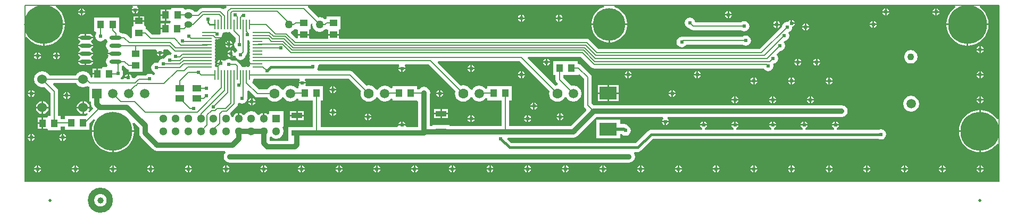
<source format=gbl>
%FSLAX25Y25*%
%MOIN*%
G70*
G01*
G75*
G04 Layer_Physical_Order=2*
G04 Layer_Color=16711680*
%ADD10C,0.03937*%
%ADD11C,0.03937*%
%ADD12R,0.03937X0.04724*%
%ADD13R,0.07874X0.11024*%
%ADD14R,0.06693X0.03740*%
%ADD15R,0.03740X0.06693*%
%ADD16R,0.05906X0.05118*%
%ADD17R,0.09213X0.08600*%
%ADD18R,0.04724X0.03937*%
G04:AMPARAMS|DCode=19|XSize=98.43mil|YSize=236.22mil|CornerRadius=0mil|HoleSize=0mil|Usage=FLASHONLY|Rotation=0.000|XOffset=0mil|YOffset=0mil|HoleType=Round|Shape=Octagon|*
%AMOCTAGOND19*
4,1,8,-0.02461,0.11811,0.02461,0.11811,0.04921,0.09350,0.04921,-0.09350,0.02461,-0.11811,-0.02461,-0.11811,-0.04921,-0.09350,-0.04921,0.09350,-0.02461,0.11811,0.0*
%
%ADD19OCTAGOND19*%

%ADD20O,0.09843X0.23622*%
%ADD21R,0.07874X0.07874*%
%ADD22R,0.01181X0.05512*%
%ADD23C,0.00800*%
%ADD24C,0.03000*%
%ADD25C,0.04000*%
%ADD26C,0.01000*%
%ADD27C,0.03200*%
%ADD28C,0.01600*%
%ADD29C,0.02000*%
%ADD30C,0.01500*%
%ADD31C,0.00500*%
%ADD32C,0.01969*%
%ADD33C,0.05906*%
%ADD34R,0.05906X0.05906*%
%ADD35C,0.24410*%
%ADD36C,0.20472*%
%ADD37C,0.05000*%
%ADD38O,0.05000X0.04000*%
%ADD39C,0.06299*%
%ADD40C,0.06000*%
%ADD41C,0.04331*%
%ADD42R,0.05118X0.05118*%
%ADD43C,0.05118*%
%ADD44C,0.02400*%
%ADD45C,0.03600*%
%ADD46R,0.11024X0.07874*%
%ADD47O,0.07480X0.02362*%
%ADD48O,0.06102X0.00984*%
%ADD49O,0.00984X0.06102*%
%ADD50R,0.05512X0.03937*%
G36*
X210518Y-53624D02*
X210455Y-53774D01*
X210278Y-55118D01*
X210455Y-56462D01*
X210974Y-57715D01*
X211800Y-58791D01*
X212875Y-59616D01*
X214128Y-60135D01*
X215472Y-60312D01*
X216817Y-60135D01*
X218070Y-59616D01*
X219145Y-58791D01*
X219971Y-57715D01*
X220000Y-57643D01*
X221129Y-57532D01*
X221902Y-58689D01*
X223540Y-59784D01*
X225472Y-60168D01*
X227405Y-59784D01*
X229043Y-58689D01*
X229291Y-58317D01*
X230291Y-58621D01*
Y-59362D01*
X245709D01*
X246329Y-60105D01*
Y-76341D01*
X238950D01*
X238356Y-75341D01*
X238364Y-75303D01*
X234077D01*
X234084Y-75341D01*
X233491Y-76341D01*
X185187D01*
Y-59362D01*
X186709D01*
Y-50638D01*
X176074D01*
X175619Y-49638D01*
X175872Y-49258D01*
X175944Y-48900D01*
X171656D01*
X171728Y-49258D01*
X171981Y-49638D01*
X171526Y-50638D01*
X171291D01*
Y-51698D01*
X170291Y-52001D01*
X169988Y-51547D01*
X168350Y-50453D01*
X166417Y-50068D01*
X164485Y-50453D01*
X162847Y-51547D01*
X162074Y-52704D01*
X160945Y-52593D01*
X160916Y-52521D01*
X160090Y-51445D01*
X159014Y-50620D01*
X157762Y-50101D01*
X156417Y-49924D01*
X155073Y-50101D01*
X153820Y-50620D01*
X152745Y-51445D01*
X151919Y-52521D01*
X151857Y-52671D01*
X146532D01*
X142462Y-48601D01*
X142545Y-47761D01*
X143096Y-46937D01*
X143289Y-45965D01*
Y-45853D01*
X171853D01*
X172143Y-46625D01*
X172188Y-46852D01*
X171728Y-47542D01*
X171656Y-47900D01*
X175944D01*
X175872Y-47542D01*
X175412Y-46852D01*
X175457Y-46625D01*
X175747Y-45853D01*
X202746D01*
X210518Y-53624D01*
D02*
G37*
G36*
X91863Y-29887D02*
X91286Y-30751D01*
X91220Y-31081D01*
X90500Y-30937D01*
X89251Y-31186D01*
X88193Y-31893D01*
X87486Y-32951D01*
X86860Y-33369D01*
X86700Y-33337D01*
X85451Y-33586D01*
X84393Y-34293D01*
X83686Y-35351D01*
X83563Y-35969D01*
X82400Y-35737D01*
X81151Y-35986D01*
X80093Y-36693D01*
X79386Y-37751D01*
X79137Y-39000D01*
X79386Y-40249D01*
X80093Y-41307D01*
X81151Y-42014D01*
X81263Y-42126D01*
Y-43323D01*
X80517Y-43611D01*
X80263Y-43663D01*
X79249Y-42986D01*
X78000Y-42737D01*
X76751Y-42986D01*
X75693Y-43693D01*
X75641Y-43771D01*
X71282D01*
X70501Y-43927D01*
X70345Y-43957D01*
X69552Y-44488D01*
X68524Y-45516D01*
X67824Y-45482D01*
X66943Y-45100D01*
X66772Y-44242D01*
X66286Y-43514D01*
X65558Y-43028D01*
X65200Y-42956D01*
Y-45100D01*
X64700D01*
Y-45600D01*
X62101D01*
X61647Y-46153D01*
X60143D01*
X59840Y-45153D01*
X60507Y-44707D01*
X61214Y-43649D01*
X61463Y-42400D01*
X61214Y-41151D01*
X60647Y-40302D01*
Y-37993D01*
X61567Y-37627D01*
X63310Y-39371D01*
X64104Y-39901D01*
X65038Y-40087D01*
Y-41609D01*
X73762D01*
Y-34128D01*
Y-27506D01*
X82148D01*
X82682Y-28506D01*
X82573Y-28669D01*
X82502Y-29028D01*
X86789D01*
X86718Y-28669D01*
X86609Y-28506D01*
X87144Y-27506D01*
X89483D01*
X91863Y-29887D01*
D02*
G37*
G36*
X269573Y-53624D02*
X269511Y-53774D01*
X269334Y-55118D01*
X269511Y-56462D01*
X270029Y-57715D01*
X270855Y-58791D01*
X271931Y-59616D01*
X273183Y-60135D01*
X274528Y-60312D01*
X275872Y-60135D01*
X277125Y-59616D01*
X278200Y-58791D01*
X279026Y-57715D01*
X279056Y-57643D01*
X280184Y-57532D01*
X280957Y-58689D01*
X282595Y-59784D01*
X284528Y-60168D01*
X286460Y-59784D01*
X288098Y-58689D01*
X288551Y-58011D01*
X289551Y-58314D01*
Y-59362D01*
X298553D01*
Y-75429D01*
X266047D01*
Y-74942D01*
X255353D01*
Y-75429D01*
X253671D01*
Y-55825D01*
X253874Y-54800D01*
X253579Y-53317D01*
X252740Y-52060D01*
X251483Y-51221D01*
X250000Y-50925D01*
X248517Y-51221D01*
X247260Y-52060D01*
X246931Y-52553D01*
X245709D01*
Y-50638D01*
X230291D01*
Y-51615D01*
X229291Y-51919D01*
X229043Y-51547D01*
X227405Y-50453D01*
X225472Y-50068D01*
X223540Y-50453D01*
X221902Y-51547D01*
X221129Y-52704D01*
X220000Y-52593D01*
X219971Y-52521D01*
X219145Y-51445D01*
X218070Y-50620D01*
X216817Y-50101D01*
X215472Y-49924D01*
X214128Y-50101D01*
X213978Y-50163D01*
X205490Y-41675D01*
X204696Y-41145D01*
X204541Y-41114D01*
X203760Y-40958D01*
X183675D01*
X183140Y-39959D01*
X183414Y-39549D01*
X183663Y-38300D01*
X183582Y-37896D01*
X184403Y-36896D01*
X234164D01*
X234432Y-37401D01*
X234560Y-37896D01*
X234148Y-38512D01*
X234077Y-38870D01*
X238364D01*
X238293Y-38512D01*
X237881Y-37896D01*
X238009Y-37401D01*
X238277Y-36896D01*
X252845D01*
X269573Y-53624D01*
D02*
G37*
G36*
X328628D02*
X328566Y-53774D01*
X328389Y-55118D01*
X328566Y-56462D01*
X329084Y-57715D01*
X329910Y-58791D01*
X330986Y-59616D01*
X332238Y-60135D01*
X333583Y-60312D01*
X334927Y-60135D01*
X336180Y-59616D01*
X337255Y-58791D01*
X338081Y-57715D01*
X338111Y-57643D01*
X339239Y-57532D01*
X340012Y-58689D01*
X341650Y-59784D01*
X343583Y-60168D01*
X345515Y-59784D01*
X347153Y-58689D01*
X348248Y-57051D01*
X348633Y-55118D01*
X348248Y-53186D01*
X347153Y-51547D01*
X345515Y-50453D01*
X343583Y-50068D01*
X342257Y-50332D01*
X337367Y-45441D01*
Y-43462D01*
X346369D01*
Y-43436D01*
X347292Y-43053D01*
X350253Y-46014D01*
Y-62500D01*
X350408Y-63281D01*
X350439Y-63436D01*
X350970Y-64230D01*
X351574Y-64835D01*
Y-65835D01*
X341980Y-75429D01*
X303447D01*
Y-59362D01*
X304969D01*
Y-50638D01*
X289551D01*
Y-51922D01*
X288551Y-52225D01*
X288098Y-51547D01*
X286460Y-50453D01*
X284528Y-50068D01*
X282595Y-50453D01*
X280957Y-51547D01*
X280184Y-52704D01*
X279056Y-52593D01*
X279026Y-52521D01*
X278200Y-51445D01*
X277125Y-50620D01*
X275872Y-50101D01*
X274528Y-49924D01*
X273183Y-50101D01*
X273033Y-50163D01*
X258721Y-35851D01*
X259104Y-34927D01*
X309931D01*
X328628Y-53624D01*
D02*
G37*
G36*
X610236Y-70753D02*
X609236Y-71099D01*
X607807Y-69358D01*
X605797Y-67708D01*
X603503Y-66482D01*
X601014Y-65727D01*
X598925Y-65521D01*
Y-78740D01*
Y-91960D01*
X601014Y-91754D01*
X603503Y-90999D01*
X605797Y-89773D01*
X607807Y-88122D01*
X609236Y-86382D01*
X610236Y-86728D01*
Y-110236D01*
X-0D01*
Y-19799D01*
X1000Y-19452D01*
X2429Y-21193D01*
X4439Y-22843D01*
X6733Y-24070D01*
X9222Y-24825D01*
X11311Y-25030D01*
Y-11811D01*
X11811D01*
Y-11311D01*
X25030D01*
X24825Y-9222D01*
X24070Y-6733D01*
X22843Y-4439D01*
X21193Y-2429D01*
X19452Y-1000D01*
X19799Y0D01*
X67281D01*
X67584Y-1000D01*
X67414Y-1114D01*
X66928Y-1842D01*
X66856Y-2200D01*
X71144D01*
X71072Y-1842D01*
X70586Y-1114D01*
X70416Y-1000D01*
X70719Y0D01*
X125762D01*
X126177Y-1000D01*
X125238Y-1939D01*
X125213Y-1976D01*
X124093Y-2270D01*
X123299Y-1739D01*
X123144Y-1708D01*
X122363Y-1553D01*
X111037D01*
X110101Y-1739D01*
X109837Y-1915D01*
X109307Y-2270D01*
X107813Y-3764D01*
X106038D01*
X105746Y-3327D01*
X104423Y-2443D01*
X102862Y-2133D01*
X101862D01*
X100469Y-2410D01*
X99468Y-1895D01*
Y-1638D01*
X91531D01*
Y-1863D01*
X90988Y-2638D01*
X90531Y-2638D01*
X88520D01*
Y-6000D01*
Y-9362D01*
X90531D01*
X90751Y-9362D01*
X91298Y-9875D01*
X91472Y-10162D01*
Y-10263D01*
X90928Y-11038D01*
X90472Y-11038D01*
X88460D01*
Y-14400D01*
X87960D01*
Y-14900D01*
X84991D01*
Y-17153D01*
X84991Y-17762D01*
X84153Y-18153D01*
X84153D01*
X79814D01*
X77070Y-15410D01*
X76277Y-14879D01*
X76121Y-14849D01*
X75762Y-14777D01*
Y-13172D01*
X75537D01*
X74762Y-12628D01*
X74762Y-12172D01*
Y-10160D01*
X68038D01*
Y-12172D01*
X68038Y-12628D01*
X67263Y-13172D01*
X67263Y-13172D01*
X67038D01*
Y-20063D01*
X66038Y-20477D01*
X63889Y-18329D01*
X63095Y-17798D01*
X62940Y-17767D01*
X62159Y-17612D01*
X61119D01*
X60296Y-17063D01*
X59301Y-16864D01*
X59292Y-16819D01*
X59261Y-16664D01*
X58890Y-16108D01*
Y-7449D01*
X43472D01*
Y-16173D01*
X44157D01*
X44639Y-17173D01*
X44186Y-17851D01*
X43937Y-19100D01*
X44186Y-20349D01*
X44893Y-21407D01*
X45951Y-22114D01*
X47200Y-22363D01*
X48449Y-22114D01*
X49507Y-21407D01*
X49842Y-20905D01*
X50904Y-21116D01*
X50941Y-21300D01*
X51644Y-22353D01*
Y-22766D01*
X50941Y-23818D01*
X50694Y-25059D01*
X50941Y-26300D01*
X51644Y-27352D01*
X51953Y-27559D01*
X52364Y-28487D01*
X51882Y-29208D01*
X51813Y-29559D01*
X56496D01*
Y-30559D01*
X51813D01*
X51882Y-30910D01*
X52364Y-31631D01*
X51953Y-32559D01*
X51644Y-32766D01*
X50941Y-33818D01*
X50694Y-35059D01*
X50941Y-36300D01*
X51644Y-37352D01*
X51771Y-37438D01*
X51468Y-38438D01*
X48772D01*
Y-38663D01*
X48228Y-39438D01*
X45760D01*
Y-42800D01*
X45260D01*
Y-43300D01*
X42291D01*
Y-44970D01*
X41291Y-45068D01*
X41132Y-44267D01*
X40027Y-42613D01*
X38373Y-41508D01*
X36422Y-41120D01*
X34471Y-41508D01*
X32817Y-42613D01*
X32044Y-43771D01*
X15201D01*
X14427Y-42613D01*
X12773Y-41508D01*
X10822Y-41120D01*
X8871Y-41508D01*
X7217Y-42613D01*
X6112Y-44267D01*
X5724Y-46218D01*
X6112Y-48169D01*
X7217Y-49823D01*
X8871Y-50928D01*
X10822Y-51316D01*
X12188Y-51044D01*
X15893Y-54750D01*
Y-69338D01*
X14372D01*
Y-69563D01*
X13828Y-70338D01*
X13372Y-70338D01*
X11360D01*
Y-73700D01*
Y-77062D01*
X13372D01*
X13828Y-77062D01*
X14372Y-77837D01*
X14372Y-77837D01*
Y-78062D01*
X22309D01*
Y-75947D01*
X24991D01*
Y-77862D01*
X40409D01*
Y-73852D01*
X43020Y-71240D01*
X43832Y-71842D01*
X42860Y-73663D01*
X42105Y-76152D01*
X41899Y-78240D01*
X68338D01*
X68132Y-76152D01*
X67472Y-73977D01*
X68357Y-73447D01*
X69905Y-74995D01*
X71530Y-76620D01*
Y-79900D01*
X71809Y-81305D01*
X72605Y-82495D01*
X80105Y-89995D01*
X81295Y-90791D01*
X82700Y-91070D01*
X125192D01*
X125461Y-91581D01*
X125587Y-92071D01*
X124820Y-93217D01*
X124525Y-94700D01*
X124820Y-96183D01*
X125660Y-97440D01*
X126917Y-98280D01*
X128400Y-98575D01*
X129425Y-98370D01*
X377275D01*
X378300Y-98575D01*
X379783Y-98280D01*
X381040Y-97440D01*
X381879Y-96183D01*
X382174Y-94700D01*
X381879Y-93217D01*
X381603Y-92804D01*
X382138Y-91804D01*
X383900D01*
X384973Y-91590D01*
X385883Y-90983D01*
X393361Y-83504D01*
X534836D01*
X535151Y-83714D01*
X536400Y-83963D01*
X537649Y-83714D01*
X538707Y-83007D01*
X539414Y-81949D01*
X539663Y-80700D01*
X539414Y-79451D01*
X538707Y-78393D01*
X537649Y-77686D01*
X536400Y-77437D01*
X535151Y-77686D01*
X534836Y-77896D01*
X508727D01*
X508629Y-76896D01*
X508732Y-76876D01*
X509460Y-76389D01*
X509946Y-75661D01*
X510018Y-75303D01*
X505730D01*
X505802Y-75661D01*
X506288Y-76389D01*
X507016Y-76876D01*
X507119Y-76896D01*
X507021Y-77896D01*
X489042D01*
X488944Y-76896D01*
X489047Y-76876D01*
X489775Y-76389D01*
X490261Y-75661D01*
X490333Y-75303D01*
X486045D01*
X486117Y-75661D01*
X486603Y-76389D01*
X487331Y-76876D01*
X487434Y-76896D01*
X487336Y-77896D01*
X469357D01*
X469259Y-76896D01*
X469362Y-76876D01*
X470090Y-76389D01*
X470576Y-75661D01*
X470648Y-75303D01*
X466360D01*
X466432Y-75661D01*
X466918Y-76389D01*
X467646Y-76876D01*
X467749Y-76896D01*
X467651Y-77896D01*
X445735D01*
X445637Y-76896D01*
X445740Y-76876D01*
X446468Y-76389D01*
X446954Y-75661D01*
X447025Y-75303D01*
X442738D01*
X442809Y-75661D01*
X443296Y-76389D01*
X444024Y-76876D01*
X444127Y-76896D01*
X444029Y-77896D01*
X426050D01*
X425952Y-76896D01*
X426055Y-76876D01*
X426783Y-76389D01*
X427269Y-75661D01*
X427341Y-75303D01*
X423053D01*
X423125Y-75661D01*
X423611Y-76389D01*
X424338Y-76876D01*
X424442Y-76896D01*
X424344Y-77896D01*
X392200D01*
X391127Y-78110D01*
X390217Y-78717D01*
X382739Y-86196D01*
X304661D01*
X302160Y-83694D01*
X302542Y-82771D01*
X343500D01*
X344905Y-82491D01*
X346095Y-81695D01*
X357920Y-69871D01*
X399775D01*
X400078Y-70871D01*
X399714Y-71114D01*
X399228Y-71842D01*
X399156Y-72200D01*
X403444D01*
X403372Y-71842D01*
X402886Y-71114D01*
X402522Y-70871D01*
X402825Y-69871D01*
X511811D01*
X513216Y-69591D01*
X514406Y-68796D01*
X515202Y-67605D01*
X515482Y-66200D01*
X515202Y-64795D01*
X514406Y-63604D01*
X513216Y-62809D01*
X511811Y-62529D01*
X356400D01*
X356225Y-62564D01*
X355147Y-61486D01*
Y-45000D01*
X354992Y-44219D01*
X354961Y-44064D01*
X354430Y-43270D01*
X348530Y-37370D01*
X347736Y-36839D01*
X347581Y-36808D01*
X346800Y-36653D01*
X346369D01*
Y-34738D01*
X330951D01*
Y-43462D01*
X332473D01*
Y-46455D01*
X332628Y-47236D01*
X332659Y-47392D01*
X333189Y-48185D01*
X333970Y-48967D01*
X333653Y-49749D01*
X333522Y-49932D01*
X332238Y-50101D01*
X332088Y-50163D01*
X314896Y-32971D01*
X315279Y-32047D01*
X348271D01*
X354955Y-38730D01*
X355749Y-39261D01*
X355904Y-39292D01*
X356685Y-39447D01*
X462965D01*
X463441Y-40159D01*
X464500Y-40866D01*
X465748Y-41115D01*
X466997Y-40866D01*
X468055Y-40159D01*
X468762Y-39101D01*
X469011Y-37852D01*
X468898Y-37285D01*
X468823Y-36575D01*
X469624Y-36199D01*
X470049Y-36114D01*
X471107Y-35407D01*
X471814Y-34349D01*
X472063Y-33100D01*
X471814Y-31851D01*
X471107Y-30793D01*
X471086Y-30575D01*
X473247Y-28414D01*
X474249Y-28214D01*
X475307Y-27507D01*
X476014Y-26449D01*
X476263Y-25200D01*
X476014Y-23951D01*
X475307Y-22893D01*
X475889Y-22101D01*
X476839Y-21912D01*
X477898Y-21205D01*
X478605Y-20146D01*
X478853Y-18898D01*
X478605Y-17649D01*
X478493Y-17482D01*
X478808Y-16400D01*
X479866Y-15693D01*
X480573Y-14634D01*
X480822Y-13386D01*
X480790Y-13226D01*
X481058Y-13172D01*
X481786Y-12686D01*
X482272Y-11958D01*
X482344Y-11600D01*
X480215D01*
X480200Y-11578D01*
Y-11100D01*
X479881D01*
X479866Y-11079D01*
X479700Y-10967D01*
Y-8956D01*
X479342Y-9028D01*
X478614Y-9514D01*
X478131Y-10237D01*
X477559Y-10123D01*
X476310Y-10372D01*
X475252Y-11079D01*
X474545Y-12137D01*
X474345Y-13139D01*
X460431Y-27053D01*
X359250D01*
X353666Y-21470D01*
X352872Y-20939D01*
X352717Y-20908D01*
X351936Y-20753D01*
X197269D01*
X196562Y-20046D01*
Y-18740D01*
X189838D01*
Y-20753D01*
X178569D01*
X177862Y-20046D01*
Y-18740D01*
X171138D01*
Y-20461D01*
X170138Y-20632D01*
X166563Y-17058D01*
X166854Y-16101D01*
X167110Y-16050D01*
X168599Y-15055D01*
X168822Y-14722D01*
X169178Y-14692D01*
X170138Y-14728D01*
D01*
X170963Y-15149D01*
X171138Y-15272D01*
Y-17740D01*
X177862D01*
Y-15272D01*
X178637Y-14728D01*
X178862D01*
Y-11786D01*
X179862Y-11313D01*
X180048Y-11465D01*
X179979Y-11811D01*
X180328Y-13567D01*
X181323Y-15055D01*
X182811Y-16050D01*
X184567Y-16399D01*
X186323Y-16050D01*
X187811Y-15055D01*
X187911Y-14906D01*
X188838Y-14728D01*
X188838Y-14728D01*
X189663Y-15149D01*
X189838Y-15272D01*
Y-17740D01*
X196562D01*
Y-15272D01*
X197337Y-14728D01*
X197562D01*
Y-6791D01*
X188838D01*
Y-8333D01*
X188159Y-8468D01*
X188004Y-8499D01*
X187882Y-8581D01*
X187811Y-8567D01*
X186323Y-7572D01*
X184567Y-7223D01*
X183626Y-7410D01*
X177216Y-1000D01*
X177631Y0D01*
X362681D01*
X362880Y-1000D01*
X360475Y-1996D01*
X358128Y-3797D01*
X356327Y-6144D01*
X355195Y-8878D01*
X354874Y-11311D01*
X377409D01*
X377089Y-8878D01*
X375957Y-6144D01*
X374155Y-3797D01*
X371808Y-1996D01*
X369403Y-1000D01*
X369602Y0D01*
X582564D01*
X582910Y-1000D01*
X581169Y-2429D01*
X579519Y-4439D01*
X578293Y-6733D01*
X577537Y-9222D01*
X577332Y-11311D01*
X603770D01*
X603565Y-9222D01*
X602810Y-6733D01*
X601584Y-4439D01*
X599933Y-2429D01*
X598193Y-1000D01*
X598539Y0D01*
X610236D01*
Y-70753D01*
D02*
G37*
G36*
X32817Y-49823D02*
X34471Y-50928D01*
X36422Y-51316D01*
X38373Y-50928D01*
X39069Y-50463D01*
X39664Y-50861D01*
X39819Y-50892D01*
X40165Y-50961D01*
Y-60071D01*
X41448D01*
Y-61718D01*
X41727Y-63123D01*
X42523Y-64314D01*
Y-64817D01*
X40451Y-66889D01*
X39674Y-66251D01*
X40190Y-65479D01*
X40401Y-64418D01*
X36922D01*
Y-67897D01*
X37983Y-67686D01*
X38755Y-67170D01*
X39393Y-67946D01*
X38202Y-69138D01*
X24991D01*
Y-71053D01*
X22309D01*
Y-69338D01*
X20787D01*
Y-53736D01*
X20632Y-52955D01*
X20601Y-52800D01*
X20071Y-52006D01*
X17654Y-49589D01*
X18036Y-48665D01*
X32044D01*
X32817Y-49823D01*
D02*
G37*
G36*
X143788Y-56848D02*
X144582Y-57379D01*
X145518Y-57565D01*
X151857D01*
X151919Y-57715D01*
X152745Y-58791D01*
X153820Y-59616D01*
X155073Y-60135D01*
X156417Y-60312D01*
X157762Y-60135D01*
X159014Y-59616D01*
X160090Y-58791D01*
X160916Y-57715D01*
X160945Y-57643D01*
X162074Y-57532D01*
X162847Y-58689D01*
X164485Y-59784D01*
X166417Y-60168D01*
X168350Y-59784D01*
X169988Y-58689D01*
X170291Y-58235D01*
X171291Y-58538D01*
Y-59362D01*
X180293D01*
Y-76341D01*
X175747D01*
Y-76142D01*
X165053D01*
Y-83882D01*
X165053Y-83882D01*
X165053D01*
X164927Y-84829D01*
X153320D01*
X153277Y-84786D01*
Y-82455D01*
X153868Y-82179D01*
X154277Y-82083D01*
X155701Y-83035D01*
X157480Y-83389D01*
X159259Y-83035D01*
X160767Y-82027D01*
X161775Y-80519D01*
X162129Y-78740D01*
X161775Y-76961D01*
X161417Y-76425D01*
X161951Y-75425D01*
X162039D01*
Y-66307D01*
X152921D01*
Y-67758D01*
X151921Y-68133D01*
X150995Y-67514D01*
X150106Y-67337D01*
Y-70866D01*
X149106D01*
Y-67337D01*
X148218Y-67514D01*
X147040Y-68300D01*
X146865Y-68563D01*
X145669Y-68552D01*
X145019Y-67579D01*
X143511Y-66572D01*
X141732Y-66218D01*
X139953Y-66572D01*
X138445Y-67579D01*
X137795Y-68552D01*
X136600Y-68563D01*
X136424Y-68300D01*
X135247Y-67514D01*
X134358Y-67337D01*
Y-70866D01*
X133358D01*
Y-67337D01*
X132470Y-67514D01*
X131292Y-68300D01*
X130506Y-69477D01*
X130431Y-69853D01*
X129411D01*
X129337Y-69477D01*
X128550Y-68300D01*
X128678Y-67183D01*
X132636Y-63225D01*
X132990Y-62694D01*
X133166Y-62431D01*
X133352Y-61494D01*
Y-61382D01*
X134353Y-60848D01*
X134751Y-61114D01*
X136000Y-61363D01*
X137249Y-61114D01*
X138307Y-60407D01*
X139014Y-59349D01*
X139263Y-58100D01*
X139180Y-57683D01*
X139258Y-57289D01*
Y-53625D01*
X140182Y-53242D01*
X143788Y-56848D01*
D02*
G37*
G36*
X127965Y-16619D02*
X128732Y-16772D01*
X129175Y-17436D01*
X131853Y-20114D01*
Y-22402D01*
X131286Y-23251D01*
X131037Y-24500D01*
X131286Y-25749D01*
X131993Y-26807D01*
X132779Y-27332D01*
X132904Y-28223D01*
X132848Y-28489D01*
X132693Y-28593D01*
X132130Y-29435D01*
X131238Y-29383D01*
X131090Y-29329D01*
X131072Y-29242D01*
X130586Y-28514D01*
X129858Y-28028D01*
X129500Y-27956D01*
Y-30100D01*
Y-32244D01*
X129858Y-32172D01*
X130586Y-31686D01*
X130808Y-31354D01*
X131870Y-31565D01*
X131986Y-32149D01*
X132693Y-33207D01*
X133751Y-33914D01*
X135000Y-34163D01*
X136249Y-33914D01*
X137307Y-33207D01*
X138014Y-32149D01*
X138214Y-31147D01*
X138541Y-30819D01*
X139072Y-30025D01*
X139258Y-29089D01*
Y-21794D01*
X139325Y-21752D01*
X140028Y-21561D01*
X140735Y-22297D01*
X140668Y-22638D01*
X140861Y-23610D01*
X140869Y-23622D01*
X140861Y-23634D01*
X140668Y-24606D01*
X140861Y-25579D01*
X140869Y-25591D01*
X140861Y-25602D01*
X140668Y-26575D01*
X140861Y-27547D01*
X140869Y-27559D01*
X140861Y-27571D01*
X140668Y-28543D01*
X140861Y-29516D01*
X140869Y-29528D01*
X140861Y-29539D01*
X140668Y-30512D01*
X140861Y-31484D01*
X140869Y-31496D01*
X140861Y-31508D01*
X140668Y-32480D01*
X140861Y-33453D01*
X140869Y-33465D01*
X140861Y-33476D01*
X140668Y-34449D01*
X140861Y-35421D01*
X141412Y-36246D01*
Y-36589D01*
X140861Y-37413D01*
X140681Y-38319D01*
X139776Y-38499D01*
X139764Y-38507D01*
X139752Y-38499D01*
X138779Y-38306D01*
X137807Y-38499D01*
X137795Y-38507D01*
X137783Y-38499D01*
X136811Y-38306D01*
X136320Y-38403D01*
X135447Y-37908D01*
X135287Y-37667D01*
X135135Y-36900D01*
X134959Y-36637D01*
X134604Y-36106D01*
X133668Y-35170D01*
X132874Y-34639D01*
X132718Y-34608D01*
X131937Y-34453D01*
X129798D01*
X128949Y-33886D01*
X127700Y-33637D01*
X126451Y-33886D01*
X125393Y-34593D01*
X125384Y-34607D01*
X124186Y-34614D01*
X124179Y-34609D01*
X123458Y-34128D01*
X123100Y-34056D01*
Y-36200D01*
X122600D01*
Y-36700D01*
X120456D01*
X120528Y-37058D01*
X121014Y-37786D01*
X120407Y-38541D01*
X120208Y-38593D01*
X120067Y-38499D01*
X119161Y-38319D01*
X118981Y-37413D01*
X118974Y-37402D01*
X118981Y-37390D01*
X119175Y-36417D01*
X118981Y-35445D01*
X118974Y-35433D01*
X118981Y-35421D01*
X119175Y-34449D01*
X118981Y-33476D01*
X118974Y-33465D01*
X118981Y-33453D01*
X119175Y-32480D01*
X118981Y-31508D01*
X118974Y-31496D01*
X118981Y-31484D01*
X119175Y-30512D01*
X118981Y-29539D01*
X118974Y-29528D01*
X118981Y-29516D01*
X119175Y-28543D01*
X118981Y-27571D01*
X118974Y-27559D01*
X118981Y-27547D01*
X119175Y-26575D01*
X118981Y-25602D01*
X118974Y-25591D01*
X118981Y-25579D01*
X119175Y-24606D01*
X118981Y-23634D01*
X118974Y-23622D01*
X118981Y-23610D01*
X119175Y-22638D01*
X119009Y-21806D01*
X119581Y-20900D01*
X120400Y-21063D01*
X121649Y-20814D01*
X122707Y-20107D01*
X123414Y-19049D01*
X123663Y-17800D01*
X123598Y-17476D01*
X123636Y-17401D01*
X124465Y-16706D01*
X125000Y-16813D01*
X125972Y-16619D01*
X125984Y-16611D01*
X125996Y-16619D01*
X126969Y-16813D01*
X127941Y-16619D01*
X127953Y-16611D01*
X127965Y-16619D01*
D02*
G37*
%LPC*%
G36*
X25766Y-83177D02*
X24122D01*
Y-84821D01*
X24480Y-84750D01*
X25208Y-84263D01*
X25694Y-83536D01*
X25766Y-83177D01*
D02*
G37*
G36*
X597925Y-65521D02*
X595837Y-65727D01*
X593348Y-66482D01*
X591054Y-67708D01*
X589043Y-69358D01*
X587393Y-71368D01*
X586167Y-73663D01*
X585412Y-76152D01*
X585206Y-78240D01*
X597925D01*
Y-65521D01*
D02*
G37*
G36*
X372866Y-71425D02*
X357842D01*
Y-83299D01*
X372866D01*
Y-80421D01*
X373916D01*
X374071Y-80654D01*
X375129Y-81361D01*
X376378Y-81609D01*
X377626Y-81361D01*
X378685Y-80654D01*
X379392Y-79595D01*
X379641Y-78347D01*
X379392Y-77098D01*
X378685Y-76039D01*
X377816Y-75459D01*
X377557Y-75199D01*
X376564Y-74536D01*
X375394Y-74303D01*
X372866D01*
Y-71425D01*
D02*
G37*
G36*
X23122Y-80533D02*
X22764Y-80605D01*
X22036Y-81091D01*
X21550Y-81819D01*
X21478Y-82177D01*
X23122D01*
Y-80533D01*
D02*
G37*
G36*
X24122D02*
Y-82177D01*
X25766D01*
X25694Y-81819D01*
X25208Y-81091D01*
X24480Y-80605D01*
X24122Y-80533D01*
D02*
G37*
G36*
X3437D02*
X3079Y-80605D01*
X2351Y-81091D01*
X1865Y-81819D01*
X1793Y-82177D01*
X3437D01*
Y-80533D01*
D02*
G37*
G36*
X4437D02*
Y-82177D01*
X6081D01*
X6009Y-81819D01*
X5523Y-81091D01*
X4795Y-80605D01*
X4437Y-80533D01*
D02*
G37*
G36*
X10360Y-74200D02*
X7891D01*
Y-77062D01*
X10360D01*
Y-74200D01*
D02*
G37*
G36*
X444382Y-72659D02*
X444024Y-72731D01*
X443296Y-73217D01*
X442809Y-73945D01*
X442738Y-74303D01*
X444382D01*
Y-72659D01*
D02*
G37*
G36*
X425697D02*
Y-74303D01*
X427341D01*
X427269Y-73945D01*
X426783Y-73217D01*
X426055Y-72731D01*
X425697Y-72659D01*
D02*
G37*
G36*
X468004D02*
X467646Y-72731D01*
X466918Y-73217D01*
X466432Y-73945D01*
X466360Y-74303D01*
X468004D01*
Y-72659D01*
D02*
G37*
G36*
X445382D02*
Y-74303D01*
X447025D01*
X446954Y-73945D01*
X446468Y-73217D01*
X445740Y-72731D01*
X445382Y-72659D01*
D02*
G37*
G36*
X424697D02*
X424338Y-72731D01*
X423611Y-73217D01*
X423125Y-73945D01*
X423053Y-74303D01*
X424697D01*
Y-72659D01*
D02*
G37*
G36*
X403444Y-73200D02*
X401800D01*
Y-74844D01*
X402158Y-74772D01*
X402886Y-74286D01*
X403372Y-73558D01*
X403444Y-73200D01*
D02*
G37*
G36*
X400800D02*
X399156D01*
X399228Y-73558D01*
X399714Y-74286D01*
X400442Y-74772D01*
X400800Y-74844D01*
Y-73200D01*
D02*
G37*
G36*
X236720Y-72659D02*
Y-74303D01*
X238364D01*
X238293Y-73945D01*
X237807Y-73217D01*
X237079Y-72731D01*
X236720Y-72659D01*
D02*
G37*
G36*
X235720D02*
X235362Y-72731D01*
X234634Y-73217D01*
X234148Y-73945D01*
X234077Y-74303D01*
X235720D01*
Y-72659D01*
D02*
G37*
G36*
X504437Y-100219D02*
Y-101862D01*
X506081D01*
X506009Y-101504D01*
X505523Y-100776D01*
X504795Y-100290D01*
X504437Y-100219D01*
D02*
G37*
G36*
X503437D02*
X503079Y-100290D01*
X502351Y-100776D01*
X501865Y-101504D01*
X501793Y-101862D01*
X503437D01*
Y-100219D01*
D02*
G37*
G36*
X527059D02*
X526701Y-100290D01*
X525973Y-100776D01*
X525487Y-101504D01*
X525415Y-101862D01*
X527059D01*
Y-100219D01*
D02*
G37*
G36*
X550681D02*
X550323Y-100290D01*
X549595Y-100776D01*
X549109Y-101504D01*
X549038Y-101862D01*
X550681D01*
Y-100219D01*
D02*
G37*
G36*
X528059D02*
Y-101862D01*
X529703D01*
X529631Y-101504D01*
X529145Y-100776D01*
X528417Y-100290D01*
X528059Y-100219D01*
D02*
G37*
G36*
X480815D02*
Y-101862D01*
X482459D01*
X482387Y-101504D01*
X481901Y-100776D01*
X481173Y-100290D01*
X480815Y-100219D01*
D02*
G37*
G36*
X433571D02*
Y-101862D01*
X435215D01*
X435143Y-101504D01*
X434657Y-100776D01*
X433929Y-100290D01*
X433571Y-100219D01*
D02*
G37*
G36*
X432571D02*
X432212Y-100290D01*
X431485Y-100776D01*
X430999Y-101504D01*
X430927Y-101862D01*
X432571D01*
Y-100219D01*
D02*
G37*
G36*
X456193D02*
X455834Y-100290D01*
X455107Y-100776D01*
X454621Y-101504D01*
X454549Y-101862D01*
X456193D01*
Y-100219D01*
D02*
G37*
G36*
X479815D02*
X479457Y-100290D01*
X478729Y-100776D01*
X478243Y-101504D01*
X478171Y-101862D01*
X479815D01*
Y-100219D01*
D02*
G37*
G36*
X457193D02*
Y-101862D01*
X458837D01*
X458765Y-101504D01*
X458279Y-100776D01*
X457551Y-100290D01*
X457193Y-100219D01*
D02*
G37*
G36*
X597925Y-79240D02*
X585206D01*
X585412Y-81329D01*
X586167Y-83818D01*
X587393Y-86112D01*
X589043Y-88122D01*
X591054Y-89773D01*
X593348Y-90999D01*
X595837Y-91754D01*
X597925Y-91960D01*
Y-79240D01*
D02*
G37*
G36*
X68338D02*
X55618D01*
Y-91960D01*
X57707Y-91754D01*
X60196Y-90999D01*
X62490Y-89773D01*
X64500Y-88122D01*
X66151Y-86112D01*
X67377Y-83818D01*
X68132Y-81329D01*
X68338Y-79240D01*
D02*
G37*
G36*
X3437Y-83177D02*
X1793D01*
X1865Y-83536D01*
X2351Y-84263D01*
X3079Y-84750D01*
X3437Y-84821D01*
Y-83177D01*
D02*
G37*
G36*
X23122D02*
X21478D01*
X21550Y-83536D01*
X22036Y-84263D01*
X22764Y-84750D01*
X23122Y-84821D01*
Y-83177D01*
D02*
G37*
G36*
X6081D02*
X4437D01*
Y-84821D01*
X4795Y-84750D01*
X5523Y-84263D01*
X6009Y-83536D01*
X6081Y-83177D01*
D02*
G37*
G36*
X54618Y-79240D02*
X41899D01*
X42105Y-81329D01*
X42860Y-83818D01*
X44086Y-86112D01*
X45736Y-88122D01*
X47747Y-89773D01*
X50040Y-90999D01*
X52530Y-91754D01*
X54618Y-91960D01*
Y-79240D01*
D02*
G37*
G36*
X574303Y-100219D02*
X573945Y-100290D01*
X573217Y-100776D01*
X572731Y-101504D01*
X572659Y-101862D01*
X574303D01*
Y-100219D01*
D02*
G37*
G36*
X551681D02*
Y-101862D01*
X553325D01*
X553253Y-101504D01*
X552767Y-100776D01*
X552039Y-100290D01*
X551681Y-100219D01*
D02*
G37*
G36*
X575303D02*
Y-101862D01*
X576947D01*
X576875Y-101504D01*
X576389Y-100776D01*
X575662Y-100290D01*
X575303Y-100219D01*
D02*
G37*
G36*
X598925D02*
Y-101862D01*
X600569D01*
X600497Y-101504D01*
X600011Y-100776D01*
X599284Y-100290D01*
X598925Y-100219D01*
D02*
G37*
G36*
X597925D02*
X597567Y-100290D01*
X596839Y-100776D01*
X596353Y-101504D01*
X596282Y-101862D01*
X597925D01*
Y-100219D01*
D02*
G37*
G36*
X469004Y-72659D02*
Y-74303D01*
X470648D01*
X470576Y-73945D01*
X470090Y-73217D01*
X469362Y-72731D01*
X469004Y-72659D01*
D02*
G37*
G36*
X174747Y-66118D02*
X170900D01*
Y-68488D01*
X174747D01*
Y-66118D01*
D02*
G37*
G36*
X169900D02*
X166053D01*
Y-68488D01*
X169900D01*
Y-66118D01*
D02*
G37*
G36*
X10322Y-64418D02*
X6843D01*
X7054Y-65479D01*
X7938Y-66802D01*
X9261Y-67686D01*
X10322Y-67897D01*
Y-64418D01*
D02*
G37*
G36*
X35922D02*
X32443D01*
X32654Y-65479D01*
X33538Y-66802D01*
X34861Y-67686D01*
X35922Y-67897D01*
Y-64418D01*
D02*
G37*
G36*
X14801D02*
X11322D01*
Y-67897D01*
X12383Y-67686D01*
X13706Y-66802D01*
X14590Y-65479D01*
X14801Y-64418D01*
D02*
G37*
G36*
X334800Y-67556D02*
X334442Y-67628D01*
X333714Y-68114D01*
X333228Y-68842D01*
X333156Y-69200D01*
X334800D01*
Y-67556D01*
D02*
G37*
G36*
X215400Y-67656D02*
Y-69300D01*
X217044D01*
X216972Y-68942D01*
X216486Y-68214D01*
X215758Y-67728D01*
X215400Y-67656D01*
D02*
G37*
G36*
X335800Y-67556D02*
Y-69200D01*
X337444D01*
X337372Y-68842D01*
X336886Y-68114D01*
X336158Y-67628D01*
X335800Y-67556D01*
D02*
G37*
G36*
X195057Y-67429D02*
X193413D01*
Y-69073D01*
X193772Y-69002D01*
X194500Y-68515D01*
X194986Y-67787D01*
X195057Y-67429D01*
D02*
G37*
G36*
X192413D02*
X190770D01*
X190841Y-67787D01*
X191327Y-68515D01*
X192055Y-69002D01*
X192413Y-69073D01*
Y-67429D01*
D02*
G37*
G36*
X260200Y-64918D02*
X256353D01*
Y-67288D01*
X260200D01*
Y-64918D01*
D02*
G37*
G36*
X10322Y-59939D02*
X9261Y-60150D01*
X7938Y-61034D01*
X7054Y-62357D01*
X6843Y-63418D01*
X10322D01*
Y-59939D01*
D02*
G37*
G36*
X321041Y-63492D02*
X319398D01*
Y-65136D01*
X319756Y-65065D01*
X320484Y-64578D01*
X320970Y-63850D01*
X321041Y-63492D01*
D02*
G37*
G36*
X11322Y-59939D02*
Y-63418D01*
X14801D01*
X14590Y-62357D01*
X13706Y-61034D01*
X12383Y-60150D01*
X11322Y-59939D01*
D02*
G37*
G36*
X36922D02*
Y-63418D01*
X40401D01*
X40190Y-62357D01*
X39306Y-61034D01*
X37983Y-60150D01*
X36922Y-59939D01*
D02*
G37*
G36*
X35922D02*
X34861Y-60150D01*
X33538Y-61034D01*
X32654Y-62357D01*
X32443Y-63418D01*
X35922D01*
Y-59939D01*
D02*
G37*
G36*
X555217Y-56571D02*
X553284Y-56955D01*
X551646Y-58050D01*
X550551Y-59688D01*
X550167Y-61620D01*
X550551Y-63553D01*
X551646Y-65191D01*
X553284Y-66286D01*
X555217Y-66670D01*
X557149Y-66286D01*
X558787Y-65191D01*
X559882Y-63553D01*
X560266Y-61620D01*
X559882Y-59688D01*
X558787Y-58050D01*
X557149Y-56955D01*
X555217Y-56571D01*
D02*
G37*
G36*
X265047Y-64918D02*
X261200D01*
Y-67288D01*
X265047D01*
Y-64918D01*
D02*
G37*
G36*
X192413Y-64785D02*
X192055Y-64857D01*
X191327Y-65343D01*
X190841Y-66071D01*
X190770Y-66429D01*
X192413D01*
Y-64785D01*
D02*
G37*
G36*
X318398Y-63492D02*
X316754D01*
X316825Y-63850D01*
X317312Y-64578D01*
X318039Y-65065D01*
X318398Y-65136D01*
Y-63492D01*
D02*
G37*
G36*
X193413Y-64785D02*
Y-66429D01*
X195057D01*
X194986Y-66071D01*
X194500Y-65343D01*
X193772Y-64857D01*
X193413Y-64785D01*
D02*
G37*
G36*
X214400Y-67656D02*
X214042Y-67728D01*
X213314Y-68214D01*
X212828Y-68942D01*
X212756Y-69300D01*
X214400D01*
Y-67656D01*
D02*
G37*
G36*
X281671Y-71366D02*
X280028D01*
Y-73010D01*
X280386Y-72939D01*
X281114Y-72452D01*
X281600Y-71724D01*
X281671Y-71366D01*
D02*
G37*
G36*
X279028D02*
X277384D01*
X277455Y-71724D01*
X277941Y-72452D01*
X278669Y-72939D01*
X279028Y-73010D01*
Y-71366D01*
D02*
G37*
G36*
X314461D02*
X312817D01*
X312888Y-71724D01*
X313374Y-72452D01*
X314102Y-72939D01*
X314461Y-73010D01*
Y-71366D01*
D02*
G37*
G36*
X214400Y-70300D02*
X212756D01*
X212828Y-70658D01*
X213314Y-71386D01*
X214042Y-71872D01*
X214400Y-71944D01*
Y-70300D01*
D02*
G37*
G36*
X317104Y-71366D02*
X315461D01*
Y-73010D01*
X315819Y-72939D01*
X316547Y-72452D01*
X317033Y-71724D01*
X317104Y-71366D01*
D02*
G37*
G36*
X488689Y-72659D02*
Y-74303D01*
X490333D01*
X490261Y-73945D01*
X489775Y-73217D01*
X489047Y-72731D01*
X488689Y-72659D01*
D02*
G37*
G36*
X487689D02*
X487331Y-72731D01*
X486603Y-73217D01*
X486117Y-73945D01*
X486045Y-74303D01*
X487689D01*
Y-72659D01*
D02*
G37*
G36*
X507374D02*
X507016Y-72731D01*
X506288Y-73217D01*
X505802Y-73945D01*
X505730Y-74303D01*
X507374D01*
Y-72659D01*
D02*
G37*
G36*
X10360Y-70338D02*
X7891D01*
Y-73200D01*
X10360D01*
Y-70338D01*
D02*
G37*
G36*
X508374Y-72659D02*
Y-74303D01*
X510018D01*
X509946Y-73945D01*
X509460Y-73217D01*
X508732Y-72731D01*
X508374Y-72659D01*
D02*
G37*
G36*
X217044Y-70300D02*
X215400D01*
Y-71944D01*
X215758Y-71872D01*
X216486Y-71386D01*
X216972Y-70658D01*
X217044Y-70300D01*
D02*
G37*
G36*
X279028Y-68722D02*
X278669Y-68794D01*
X277941Y-69280D01*
X277455Y-70008D01*
X277384Y-70366D01*
X279028D01*
Y-68722D01*
D02*
G37*
G36*
X265047Y-68288D02*
X261200D01*
Y-70658D01*
X265047D01*
Y-68288D01*
D02*
G37*
G36*
X280028Y-68722D02*
Y-70366D01*
X281671D01*
X281600Y-70008D01*
X281114Y-69280D01*
X280386Y-68794D01*
X280028Y-68722D01*
D02*
G37*
G36*
X315461D02*
Y-70366D01*
X317104D01*
X317033Y-70008D01*
X316547Y-69280D01*
X315819Y-68794D01*
X315461Y-68722D01*
D02*
G37*
G36*
X314461D02*
X314102Y-68794D01*
X313374Y-69280D01*
X312888Y-70008D01*
X312817Y-70366D01*
X314461D01*
Y-68722D01*
D02*
G37*
G36*
X174747Y-69488D02*
X170900D01*
Y-71858D01*
X174747D01*
Y-69488D01*
D02*
G37*
G36*
X169900D02*
X166053D01*
Y-71858D01*
X169900D01*
Y-69488D01*
D02*
G37*
G36*
X334800Y-70200D02*
X333156D01*
X333228Y-70558D01*
X333714Y-71286D01*
X334442Y-71772D01*
X334800Y-71844D01*
Y-70200D01*
D02*
G37*
G36*
X260200Y-68288D02*
X256353D01*
Y-70658D01*
X260200D01*
Y-68288D01*
D02*
G37*
G36*
X337444Y-70200D02*
X335800D01*
Y-71844D01*
X336158Y-71772D01*
X336886Y-71286D01*
X337372Y-70558D01*
X337444Y-70200D01*
D02*
G37*
G36*
X340726Y-102862D02*
X339083D01*
Y-104506D01*
X339441Y-104435D01*
X340169Y-103948D01*
X340655Y-103221D01*
X340726Y-102862D01*
D02*
G37*
G36*
X338083D02*
X336439D01*
X336510Y-103221D01*
X336997Y-103948D01*
X337724Y-104435D01*
X338083Y-104506D01*
Y-102862D01*
D02*
G37*
G36*
X361705D02*
X360061D01*
X360132Y-103221D01*
X360619Y-103948D01*
X361346Y-104435D01*
X361705Y-104506D01*
Y-102862D01*
D02*
G37*
G36*
X385327D02*
X383683D01*
X383754Y-103221D01*
X384241Y-103948D01*
X384968Y-104435D01*
X385327Y-104506D01*
Y-102862D01*
D02*
G37*
G36*
X364348D02*
X362705D01*
Y-104506D01*
X363063Y-104435D01*
X363791Y-103948D01*
X364277Y-103221D01*
X364348Y-102862D01*
D02*
G37*
G36*
X317104D02*
X315461D01*
Y-104506D01*
X315819Y-104435D01*
X316547Y-103948D01*
X317033Y-103221D01*
X317104Y-102862D01*
D02*
G37*
G36*
X269860D02*
X268216D01*
Y-104506D01*
X268575Y-104435D01*
X269303Y-103948D01*
X269789Y-103221D01*
X269860Y-102862D01*
D02*
G37*
G36*
X267216D02*
X265573D01*
X265644Y-103221D01*
X266130Y-103948D01*
X266858Y-104435D01*
X267216Y-104506D01*
Y-102862D01*
D02*
G37*
G36*
X290839D02*
X289195D01*
X289266Y-103221D01*
X289753Y-103948D01*
X290480Y-104435D01*
X290839Y-104506D01*
Y-102862D01*
D02*
G37*
G36*
X314461D02*
X312817D01*
X312888Y-103221D01*
X313374Y-103948D01*
X314102Y-104435D01*
X314461Y-104506D01*
Y-102862D01*
D02*
G37*
G36*
X293482D02*
X291839D01*
Y-104506D01*
X292197Y-104435D01*
X292925Y-103948D01*
X293411Y-103221D01*
X293482Y-102862D01*
D02*
G37*
G36*
X479815D02*
X478171D01*
X478243Y-103221D01*
X478729Y-103948D01*
X479457Y-104435D01*
X479815Y-104506D01*
Y-102862D01*
D02*
G37*
G36*
X458837D02*
X457193D01*
Y-104506D01*
X457551Y-104435D01*
X458279Y-103948D01*
X458765Y-103221D01*
X458837Y-102862D01*
D02*
G37*
G36*
X482459D02*
X480815D01*
Y-104506D01*
X481173Y-104435D01*
X481901Y-103948D01*
X482387Y-103221D01*
X482459Y-102862D01*
D02*
G37*
G36*
X506081D02*
X504437D01*
Y-104506D01*
X504795Y-104435D01*
X505523Y-103948D01*
X506009Y-103221D01*
X506081Y-102862D01*
D02*
G37*
G36*
X503437D02*
X501793D01*
X501865Y-103221D01*
X502351Y-103948D01*
X503079Y-104435D01*
X503437Y-104506D01*
Y-102862D01*
D02*
G37*
G36*
X456193D02*
X454549D01*
X454621Y-103221D01*
X455107Y-103948D01*
X455834Y-104435D01*
X456193Y-104506D01*
Y-102862D01*
D02*
G37*
G36*
X408949D02*
X407305D01*
X407376Y-103221D01*
X407863Y-103948D01*
X408590Y-104435D01*
X408949Y-104506D01*
Y-102862D01*
D02*
G37*
G36*
X387970D02*
X386327D01*
Y-104506D01*
X386685Y-104435D01*
X387413Y-103948D01*
X387899Y-103221D01*
X387970Y-102862D01*
D02*
G37*
G36*
X411592D02*
X409949D01*
Y-104506D01*
X410307Y-104435D01*
X411035Y-103948D01*
X411521Y-103221D01*
X411592Y-102862D01*
D02*
G37*
G36*
X435215D02*
X433571D01*
Y-104506D01*
X433929Y-104435D01*
X434657Y-103948D01*
X435143Y-103221D01*
X435215Y-102862D01*
D02*
G37*
G36*
X432571D02*
X430927D01*
X430999Y-103221D01*
X431485Y-103948D01*
X432212Y-104435D01*
X432571Y-104506D01*
Y-102862D01*
D02*
G37*
G36*
X80884D02*
X79240D01*
Y-104506D01*
X79599Y-104435D01*
X80326Y-103948D01*
X80813Y-103221D01*
X80884Y-102862D01*
D02*
G37*
G36*
X78240D02*
X76596D01*
X76668Y-103221D01*
X77154Y-103948D01*
X77882Y-104435D01*
X78240Y-104506D01*
Y-102862D01*
D02*
G37*
G36*
X101862D02*
X100219D01*
X100290Y-103221D01*
X100776Y-103948D01*
X101504Y-104435D01*
X101862Y-104506D01*
Y-102862D01*
D02*
G37*
G36*
X125484D02*
X123841D01*
X123912Y-103221D01*
X124398Y-103948D01*
X125126Y-104435D01*
X125484Y-104506D01*
Y-102862D01*
D02*
G37*
G36*
X104506D02*
X102862D01*
Y-104506D01*
X103221Y-104435D01*
X103948Y-103948D01*
X104435Y-103221D01*
X104506Y-102862D01*
D02*
G37*
G36*
X57262D02*
X55618D01*
Y-104506D01*
X55976Y-104435D01*
X56704Y-103948D01*
X57191Y-103221D01*
X57262Y-102862D01*
D02*
G37*
G36*
X10018D02*
X8374D01*
Y-104506D01*
X8732Y-104435D01*
X9460Y-103948D01*
X9946Y-103221D01*
X10018Y-102862D01*
D02*
G37*
G36*
X7374D02*
X5730D01*
X5802Y-103221D01*
X6288Y-103948D01*
X7016Y-104435D01*
X7374Y-104506D01*
Y-102862D01*
D02*
G37*
G36*
X30996D02*
X29352D01*
X29424Y-103221D01*
X29910Y-103948D01*
X30638Y-104435D01*
X30996Y-104506D01*
Y-102862D01*
D02*
G37*
G36*
X54618D02*
X52974D01*
X53046Y-103221D01*
X53532Y-103948D01*
X54260Y-104435D01*
X54618Y-104506D01*
Y-102862D01*
D02*
G37*
G36*
X33640D02*
X31996D01*
Y-104506D01*
X32355Y-104435D01*
X33082Y-103948D01*
X33568Y-103221D01*
X33640Y-102862D01*
D02*
G37*
G36*
X219972D02*
X218329D01*
X218400Y-103221D01*
X218886Y-103948D01*
X219614Y-104435D01*
X219972Y-104506D01*
Y-102862D01*
D02*
G37*
G36*
X198994D02*
X197350D01*
Y-104506D01*
X197709Y-104435D01*
X198436Y-103948D01*
X198923Y-103221D01*
X198994Y-102862D01*
D02*
G37*
G36*
X222616D02*
X220972D01*
Y-104506D01*
X221331Y-104435D01*
X222059Y-103948D01*
X222545Y-103221D01*
X222616Y-102862D01*
D02*
G37*
G36*
X246238D02*
X244595D01*
Y-104506D01*
X244953Y-104435D01*
X245681Y-103948D01*
X246167Y-103221D01*
X246238Y-102862D01*
D02*
G37*
G36*
X243595D02*
X241951D01*
X242022Y-103221D01*
X242508Y-103948D01*
X243236Y-104435D01*
X243595Y-104506D01*
Y-102862D01*
D02*
G37*
G36*
X196350D02*
X194707D01*
X194778Y-103221D01*
X195264Y-103948D01*
X195992Y-104435D01*
X196350Y-104506D01*
Y-102862D01*
D02*
G37*
G36*
X149106D02*
X147463D01*
X147534Y-103221D01*
X148020Y-103948D01*
X148748Y-104435D01*
X149106Y-104506D01*
Y-102862D01*
D02*
G37*
G36*
X128128D02*
X126484D01*
Y-104506D01*
X126843Y-104435D01*
X127570Y-103948D01*
X128057Y-103221D01*
X128128Y-102862D01*
D02*
G37*
G36*
X151750D02*
X150106D01*
Y-104506D01*
X150465Y-104435D01*
X151192Y-103948D01*
X151679Y-103221D01*
X151750Y-102862D01*
D02*
G37*
G36*
X175372D02*
X173728D01*
Y-104506D01*
X174087Y-104435D01*
X174814Y-103948D01*
X175301Y-103221D01*
X175372Y-102862D01*
D02*
G37*
G36*
X172728D02*
X171085D01*
X171156Y-103221D01*
X171642Y-103948D01*
X172370Y-104435D01*
X172728Y-104506D01*
Y-102862D01*
D02*
G37*
G36*
X244595Y-100219D02*
Y-101862D01*
X246238D01*
X246167Y-101504D01*
X245681Y-100776D01*
X244953Y-100290D01*
X244595Y-100219D01*
D02*
G37*
G36*
X243595D02*
X243236Y-100290D01*
X242508Y-100776D01*
X242022Y-101504D01*
X241951Y-101862D01*
X243595D01*
Y-100219D01*
D02*
G37*
G36*
X267216D02*
X266858Y-100290D01*
X266130Y-100776D01*
X265644Y-101504D01*
X265573Y-101862D01*
X267216D01*
Y-100219D01*
D02*
G37*
G36*
X290839D02*
X290480Y-100290D01*
X289753Y-100776D01*
X289266Y-101504D01*
X289195Y-101862D01*
X290839D01*
Y-100219D01*
D02*
G37*
G36*
X268216D02*
Y-101862D01*
X269860D01*
X269789Y-101504D01*
X269303Y-100776D01*
X268575Y-100290D01*
X268216Y-100219D01*
D02*
G37*
G36*
X220972D02*
Y-101862D01*
X222616D01*
X222545Y-101504D01*
X222059Y-100776D01*
X221331Y-100290D01*
X220972Y-100219D01*
D02*
G37*
G36*
X173728D02*
Y-101862D01*
X175372D01*
X175301Y-101504D01*
X174814Y-100776D01*
X174087Y-100290D01*
X173728Y-100219D01*
D02*
G37*
G36*
X172728D02*
X172370Y-100290D01*
X171642Y-100776D01*
X171156Y-101504D01*
X171085Y-101862D01*
X172728D01*
Y-100219D01*
D02*
G37*
G36*
X196350D02*
X195992Y-100290D01*
X195264Y-100776D01*
X194778Y-101504D01*
X194707Y-101862D01*
X196350D01*
Y-100219D01*
D02*
G37*
G36*
X219972D02*
X219614Y-100290D01*
X218886Y-100776D01*
X218400Y-101504D01*
X218329Y-101862D01*
X219972D01*
Y-100219D01*
D02*
G37*
G36*
X197350D02*
Y-101862D01*
X198994D01*
X198923Y-101504D01*
X198436Y-100776D01*
X197709Y-100290D01*
X197350Y-100219D01*
D02*
G37*
G36*
X385327D02*
X384968Y-100290D01*
X384241Y-100776D01*
X383754Y-101504D01*
X383683Y-101862D01*
X385327D01*
Y-100219D01*
D02*
G37*
G36*
X362705D02*
Y-101862D01*
X364348D01*
X364277Y-101504D01*
X363791Y-100776D01*
X363063Y-100290D01*
X362705Y-100219D01*
D02*
G37*
G36*
X386327D02*
Y-101862D01*
X387970D01*
X387899Y-101504D01*
X387413Y-100776D01*
X386685Y-100290D01*
X386327Y-100219D01*
D02*
G37*
G36*
X409949D02*
Y-101862D01*
X411592D01*
X411521Y-101504D01*
X411035Y-100776D01*
X410307Y-100290D01*
X409949Y-100219D01*
D02*
G37*
G36*
X408949D02*
X408590Y-100290D01*
X407863Y-100776D01*
X407376Y-101504D01*
X407305Y-101862D01*
X408949D01*
Y-100219D01*
D02*
G37*
G36*
X361705D02*
X361346Y-100290D01*
X360619Y-100776D01*
X360132Y-101504D01*
X360061Y-101862D01*
X361705D01*
Y-100219D01*
D02*
G37*
G36*
X314461D02*
X314102Y-100290D01*
X313374Y-100776D01*
X312888Y-101504D01*
X312817Y-101862D01*
X314461D01*
Y-100219D01*
D02*
G37*
G36*
X291839D02*
Y-101862D01*
X293482D01*
X293411Y-101504D01*
X292925Y-100776D01*
X292197Y-100290D01*
X291839Y-100219D01*
D02*
G37*
G36*
X315461D02*
Y-101862D01*
X317104D01*
X317033Y-101504D01*
X316547Y-100776D01*
X315819Y-100290D01*
X315461Y-100219D01*
D02*
G37*
G36*
X339083D02*
Y-101862D01*
X340726D01*
X340655Y-101504D01*
X340169Y-100776D01*
X339441Y-100290D01*
X339083Y-100219D01*
D02*
G37*
G36*
X338083D02*
X337724Y-100290D01*
X336997Y-100776D01*
X336510Y-101504D01*
X336439Y-101862D01*
X338083D01*
Y-100219D01*
D02*
G37*
G36*
X600569Y-102862D02*
X598925D01*
Y-104506D01*
X599284Y-104435D01*
X600011Y-103948D01*
X600497Y-103221D01*
X600569Y-102862D01*
D02*
G37*
G36*
X597925D02*
X596282D01*
X596353Y-103221D01*
X596839Y-103948D01*
X597567Y-104435D01*
X597925Y-104506D01*
Y-102862D01*
D02*
G37*
G36*
X7374Y-100219D02*
X7016Y-100290D01*
X6288Y-100776D01*
X5802Y-101504D01*
X5730Y-101862D01*
X7374D01*
Y-100219D01*
D02*
G37*
G36*
X30996D02*
X30638Y-100290D01*
X29910Y-100776D01*
X29424Y-101504D01*
X29352Y-101862D01*
X30996D01*
Y-100219D01*
D02*
G37*
G36*
X8374D02*
Y-101862D01*
X10018D01*
X9946Y-101504D01*
X9460Y-100776D01*
X8732Y-100290D01*
X8374Y-100219D01*
D02*
G37*
G36*
X576947Y-102862D02*
X575303D01*
Y-104506D01*
X575662Y-104435D01*
X576389Y-103948D01*
X576875Y-103221D01*
X576947Y-102862D01*
D02*
G37*
G36*
X529703D02*
X528059D01*
Y-104506D01*
X528417Y-104435D01*
X529145Y-103948D01*
X529631Y-103221D01*
X529703Y-102862D01*
D02*
G37*
G36*
X527059D02*
X525415D01*
X525487Y-103221D01*
X525973Y-103948D01*
X526701Y-104435D01*
X527059Y-104506D01*
Y-102862D01*
D02*
G37*
G36*
X550681D02*
X549038D01*
X549109Y-103221D01*
X549595Y-103948D01*
X550323Y-104435D01*
X550681Y-104506D01*
Y-102862D01*
D02*
G37*
G36*
X574303D02*
X572659D01*
X572731Y-103221D01*
X573217Y-103948D01*
X573945Y-104435D01*
X574303Y-104506D01*
Y-102862D01*
D02*
G37*
G36*
X553325D02*
X551681D01*
Y-104506D01*
X552039Y-104435D01*
X552767Y-103948D01*
X553253Y-103221D01*
X553325Y-102862D01*
D02*
G37*
G36*
X125484Y-100219D02*
X125126Y-100290D01*
X124398Y-100776D01*
X123912Y-101504D01*
X123841Y-101862D01*
X125484D01*
Y-100219D01*
D02*
G37*
G36*
X102862D02*
Y-101862D01*
X104506D01*
X104435Y-101504D01*
X103948Y-100776D01*
X103221Y-100290D01*
X102862Y-100219D01*
D02*
G37*
G36*
X126484D02*
Y-101862D01*
X128128D01*
X128057Y-101504D01*
X127570Y-100776D01*
X126843Y-100290D01*
X126484Y-100219D01*
D02*
G37*
G36*
X150106D02*
Y-101862D01*
X151750D01*
X151679Y-101504D01*
X151192Y-100776D01*
X150465Y-100290D01*
X150106Y-100219D01*
D02*
G37*
G36*
X149106D02*
X148748Y-100290D01*
X148020Y-100776D01*
X147534Y-101504D01*
X147463Y-101862D01*
X149106D01*
Y-100219D01*
D02*
G37*
G36*
X101862D02*
X101504Y-100290D01*
X100776Y-100776D01*
X100290Y-101504D01*
X100219Y-101862D01*
X101862D01*
Y-100219D01*
D02*
G37*
G36*
X54618D02*
X54260Y-100290D01*
X53532Y-100776D01*
X53046Y-101504D01*
X52974Y-101862D01*
X54618D01*
Y-100219D01*
D02*
G37*
G36*
X31996D02*
Y-101862D01*
X33640D01*
X33568Y-101504D01*
X33082Y-100776D01*
X32355Y-100290D01*
X31996Y-100219D01*
D02*
G37*
G36*
X55618D02*
Y-101862D01*
X57262D01*
X57191Y-101504D01*
X56704Y-100776D01*
X55976Y-100290D01*
X55618Y-100219D01*
D02*
G37*
G36*
X79240D02*
Y-101862D01*
X80884D01*
X80813Y-101504D01*
X80326Y-100776D01*
X79599Y-100290D01*
X79240Y-100219D01*
D02*
G37*
G36*
X78240D02*
X77882Y-100290D01*
X77154Y-100776D01*
X76668Y-101504D01*
X76596Y-101862D01*
X78240D01*
Y-100219D01*
D02*
G37*
G36*
X318398Y-60848D02*
X318039Y-60920D01*
X317312Y-61406D01*
X316825Y-62134D01*
X316754Y-62492D01*
X318398D01*
Y-60848D01*
D02*
G37*
G36*
X127200Y-24700D02*
X125556D01*
X125628Y-25058D01*
X126114Y-25786D01*
X126842Y-26272D01*
X127200Y-26344D01*
Y-24700D01*
D02*
G37*
G36*
X598925Y-25415D02*
Y-27059D01*
X600569D01*
X600497Y-26701D01*
X600011Y-25973D01*
X599284Y-25487D01*
X598925Y-25415D01*
D02*
G37*
G36*
X129844Y-24700D02*
X128200D01*
Y-26344D01*
X128558Y-26272D01*
X129286Y-25786D01*
X129772Y-25058D01*
X129844Y-24700D01*
D02*
G37*
G36*
X590051Y-12311D02*
X577332D01*
X577537Y-14400D01*
X578293Y-16889D01*
X579519Y-19183D01*
X581169Y-21193D01*
X583180Y-22843D01*
X585473Y-24070D01*
X587963Y-24825D01*
X590051Y-25030D01*
Y-12311D01*
D02*
G37*
G36*
X25030D02*
X12311D01*
Y-25030D01*
X14400Y-24825D01*
X16889Y-24070D01*
X19183Y-22843D01*
X21193Y-21193D01*
X22843Y-19183D01*
X24070Y-16889D01*
X24825Y-14400D01*
X25030Y-12311D01*
D02*
G37*
G36*
X600569Y-28059D02*
X598925D01*
Y-29703D01*
X599284Y-29631D01*
X600011Y-29145D01*
X600497Y-28418D01*
X600569Y-28059D01*
D02*
G37*
G36*
X597925D02*
X596282D01*
X596353Y-28418D01*
X596839Y-29145D01*
X597567Y-29631D01*
X597925Y-29703D01*
Y-28059D01*
D02*
G37*
G36*
X128500Y-27956D02*
X128142Y-28028D01*
X127414Y-28514D01*
X126928Y-29242D01*
X126856Y-29600D01*
X128500D01*
Y-27956D01*
D02*
G37*
G36*
X597925Y-25415D02*
X597567Y-25487D01*
X596839Y-25973D01*
X596353Y-26701D01*
X596282Y-27059D01*
X597925D01*
Y-25415D01*
D02*
G37*
G36*
X42676Y-25559D02*
X33309D01*
X33378Y-25910D01*
X33861Y-26632D01*
X34434Y-27014D01*
X34515Y-27559D01*
X34434Y-28104D01*
X33861Y-28487D01*
X33378Y-29208D01*
X33309Y-29559D01*
X42676D01*
X42606Y-29208D01*
X42124Y-28487D01*
X41551Y-28104D01*
X41469Y-27559D01*
X41551Y-27014D01*
X42124Y-26632D01*
X42606Y-25910D01*
X42676Y-25559D01*
D02*
G37*
G36*
X603770Y-12311D02*
X591051D01*
Y-25030D01*
X593140Y-24825D01*
X595629Y-24070D01*
X597923Y-22843D01*
X599933Y-21193D01*
X601584Y-19183D01*
X602810Y-16889D01*
X603565Y-14400D01*
X603770Y-12311D01*
D02*
G37*
G36*
X37492Y-17835D02*
X35433D01*
X34582Y-18004D01*
X33861Y-18487D01*
X33378Y-19208D01*
X33309Y-19559D01*
X37492D01*
Y-17835D01*
D02*
G37*
G36*
X451700Y-18737D02*
X450451Y-18986D01*
X449602Y-19553D01*
X412300D01*
X411939Y-19625D01*
X411500Y-19537D01*
X410251Y-19786D01*
X409193Y-20493D01*
X408486Y-21551D01*
X408237Y-22800D01*
X408486Y-24049D01*
X409193Y-25107D01*
X410251Y-25814D01*
X411500Y-26063D01*
X412749Y-25814D01*
X413807Y-25107D01*
X414248Y-24447D01*
X449602D01*
X450451Y-25014D01*
X451700Y-25263D01*
X452949Y-25014D01*
X454007Y-24307D01*
X454714Y-23249D01*
X454963Y-22000D01*
X454714Y-20751D01*
X454007Y-19693D01*
X452949Y-18986D01*
X451700Y-18737D01*
D02*
G37*
G36*
X40551Y-17835D02*
X38492D01*
Y-19559D01*
X42676D01*
X42606Y-19208D01*
X42124Y-18487D01*
X41402Y-18004D01*
X40551Y-17835D01*
D02*
G37*
G36*
X488600Y-13900D02*
X486956D01*
X487028Y-14258D01*
X487514Y-14986D01*
X488242Y-15472D01*
X488600Y-15544D01*
Y-13900D01*
D02*
G37*
G36*
X416700Y-7637D02*
X415451Y-7886D01*
X414393Y-8593D01*
X413686Y-9651D01*
X413437Y-10900D01*
X413686Y-12149D01*
X414393Y-13207D01*
X415451Y-13914D01*
X416453Y-14114D01*
X417062Y-14722D01*
X417856Y-15253D01*
X418792Y-15439D01*
X448690D01*
X449539Y-16006D01*
X450787Y-16255D01*
X452036Y-16006D01*
X453094Y-15299D01*
X453802Y-14241D01*
X454050Y-12992D01*
X453802Y-11744D01*
X453094Y-10685D01*
X452036Y-9978D01*
X450787Y-9729D01*
X449539Y-9978D01*
X448690Y-10545D01*
X419892D01*
X419714Y-9651D01*
X419007Y-8593D01*
X417949Y-7886D01*
X416700Y-7637D01*
D02*
G37*
G36*
X127200Y-22056D02*
X126842Y-22128D01*
X126114Y-22614D01*
X125628Y-23342D01*
X125556Y-23700D01*
X127200D01*
Y-22056D01*
D02*
G37*
G36*
X42676Y-20559D02*
X33309D01*
X33378Y-20910D01*
X33861Y-21632D01*
X34434Y-22014D01*
X34515Y-22559D01*
X34434Y-23104D01*
X33861Y-23487D01*
X33378Y-24208D01*
X33309Y-24559D01*
X42676D01*
X42606Y-24208D01*
X42124Y-23487D01*
X41551Y-23104D01*
X41469Y-22559D01*
X41551Y-22014D01*
X42124Y-21632D01*
X42606Y-20910D01*
X42676Y-20559D01*
D02*
G37*
G36*
X128200Y-22056D02*
Y-23700D01*
X129844D01*
X129772Y-23342D01*
X129286Y-22614D01*
X128558Y-22128D01*
X128200Y-22056D01*
D02*
G37*
G36*
X377409Y-12311D02*
X366642D01*
Y-23078D01*
X369075Y-22758D01*
X371808Y-21626D01*
X374155Y-19825D01*
X375957Y-17478D01*
X377089Y-14744D01*
X377409Y-12311D01*
D02*
G37*
G36*
X365642D02*
X354874D01*
X355195Y-14744D01*
X356327Y-17478D01*
X358128Y-19825D01*
X360475Y-21626D01*
X363209Y-22758D01*
X365642Y-23078D01*
Y-12311D01*
D02*
G37*
G36*
X20185Y-29352D02*
Y-30996D01*
X21829D01*
X21757Y-30638D01*
X21271Y-29910D01*
X20543Y-29424D01*
X20185Y-29352D01*
D02*
G37*
G36*
X483752Y-33289D02*
X483394Y-33361D01*
X482666Y-33847D01*
X482180Y-34575D01*
X482108Y-34933D01*
X483752D01*
Y-33289D01*
D02*
G37*
G36*
X327272D02*
Y-34933D01*
X328915D01*
X328844Y-34575D01*
X328358Y-33847D01*
X327630Y-33361D01*
X327272Y-33289D01*
D02*
G37*
G36*
X484752D02*
Y-34933D01*
X486396D01*
X486324Y-34575D01*
X485838Y-33847D01*
X485110Y-33361D01*
X484752Y-33289D01*
D02*
G37*
G36*
X496563D02*
Y-34933D01*
X498207D01*
X498135Y-34575D01*
X497649Y-33847D01*
X496921Y-33361D01*
X496563Y-33289D01*
D02*
G37*
G36*
X495563D02*
X495205Y-33361D01*
X494477Y-33847D01*
X493991Y-34575D01*
X493919Y-34933D01*
X495563D01*
Y-33289D01*
D02*
G37*
G36*
X42676Y-35559D02*
X38492D01*
Y-37283D01*
X40551D01*
X41402Y-37114D01*
X42124Y-36632D01*
X42606Y-35910D01*
X42676Y-35559D01*
D02*
G37*
G36*
X37492D02*
X33309D01*
X33378Y-35910D01*
X33861Y-36632D01*
X34582Y-37114D01*
X35433Y-37283D01*
X37492D01*
Y-35559D01*
D02*
G37*
G36*
X555118Y-27846D02*
X553493Y-28169D01*
X552115Y-29090D01*
X551194Y-30468D01*
X550871Y-32093D01*
X551194Y-33718D01*
X552115Y-35096D01*
X553493Y-36017D01*
X555118Y-36340D01*
X556743Y-36017D01*
X558121Y-35096D01*
X559042Y-33718D01*
X559365Y-32093D01*
X559042Y-30468D01*
X558121Y-29090D01*
X556743Y-28169D01*
X555118Y-27846D01*
D02*
G37*
G36*
X326272Y-33289D02*
X325913Y-33361D01*
X325185Y-33847D01*
X324699Y-34575D01*
X324628Y-34933D01*
X326272D01*
Y-33289D01*
D02*
G37*
G36*
X122100Y-34056D02*
X121742Y-34128D01*
X121014Y-34614D01*
X120528Y-35342D01*
X120456Y-35700D01*
X122100D01*
Y-34056D01*
D02*
G37*
G36*
X42676Y-30559D02*
X33309D01*
X33378Y-30910D01*
X33861Y-31631D01*
X34434Y-32014D01*
X34515Y-32559D01*
X34434Y-33104D01*
X33861Y-33487D01*
X33378Y-34208D01*
X33309Y-34559D01*
X42676D01*
X42606Y-34208D01*
X42124Y-33487D01*
X41551Y-33104D01*
X41469Y-32559D01*
X41551Y-32014D01*
X42124Y-31631D01*
X42606Y-30910D01*
X42676Y-30559D01*
D02*
G37*
G36*
X86789Y-30028D02*
X85146D01*
Y-31671D01*
X85504Y-31600D01*
X86232Y-31114D01*
X86718Y-30386D01*
X86789Y-30028D01*
D02*
G37*
G36*
X84146D02*
X82502D01*
X82573Y-30386D01*
X83060Y-31114D01*
X83787Y-31600D01*
X84146Y-31671D01*
Y-30028D01*
D02*
G37*
G36*
X7374Y-29352D02*
X7016Y-29424D01*
X6288Y-29910D01*
X5802Y-30638D01*
X5730Y-30996D01*
X7374D01*
Y-29352D01*
D02*
G37*
G36*
X19185D02*
X18827Y-29424D01*
X18099Y-29910D01*
X17613Y-30638D01*
X17541Y-30996D01*
X19185D01*
Y-29352D01*
D02*
G37*
G36*
X8374D02*
Y-30996D01*
X10018D01*
X9946Y-30638D01*
X9460Y-29910D01*
X8732Y-29424D01*
X8374Y-29352D01*
D02*
G37*
G36*
X10018Y-31996D02*
X8374D01*
Y-33640D01*
X8732Y-33568D01*
X9460Y-33082D01*
X9946Y-32355D01*
X10018Y-31996D01*
D02*
G37*
G36*
X7374D02*
X5730D01*
X5802Y-32355D01*
X6288Y-33082D01*
X7016Y-33568D01*
X7374Y-33640D01*
Y-31996D01*
D02*
G37*
G36*
X19185D02*
X17541D01*
X17613Y-32355D01*
X18099Y-33082D01*
X18827Y-33568D01*
X19185Y-33640D01*
Y-31996D01*
D02*
G37*
G36*
X128500Y-30600D02*
X126856D01*
X126928Y-30958D01*
X127414Y-31686D01*
X128142Y-32172D01*
X128500Y-32244D01*
Y-30600D01*
D02*
G37*
G36*
X21829Y-31996D02*
X20185D01*
Y-33640D01*
X20543Y-33568D01*
X21271Y-33082D01*
X21757Y-32355D01*
X21829Y-31996D01*
D02*
G37*
G36*
X538870Y-4437D02*
X537226D01*
X537298Y-4795D01*
X537784Y-5523D01*
X538512Y-6009D01*
X538870Y-6081D01*
Y-4437D01*
D02*
G37*
G36*
X37577D02*
X35933D01*
Y-6081D01*
X36292Y-6009D01*
X37019Y-5523D01*
X37505Y-4795D01*
X37577Y-4437D01*
D02*
G37*
G36*
X541514D02*
X539870D01*
Y-6081D01*
X540229Y-6009D01*
X540956Y-5523D01*
X541442Y-4795D01*
X541514Y-4437D01*
D02*
G37*
G36*
X573010D02*
X571366D01*
Y-6081D01*
X571725Y-6009D01*
X572452Y-5523D01*
X572938Y-4795D01*
X573010Y-4437D01*
D02*
G37*
G36*
X570366D02*
X568722D01*
X568794Y-4795D01*
X569280Y-5523D01*
X570008Y-6009D01*
X570366Y-6081D01*
Y-4437D01*
D02*
G37*
G36*
X311524Y-5730D02*
Y-7374D01*
X313167D01*
X313096Y-7016D01*
X312610Y-6288D01*
X311882Y-5802D01*
X311524Y-5730D01*
D02*
G37*
G36*
X310524D02*
X310165Y-5802D01*
X309437Y-6288D01*
X308951Y-7016D01*
X308880Y-7374D01*
X310524D01*
Y-5730D01*
D02*
G37*
G36*
X334146D02*
X333787Y-5802D01*
X333060Y-6288D01*
X332573Y-7016D01*
X332502Y-7374D01*
X334146D01*
Y-5730D01*
D02*
G37*
G36*
X34933Y-4437D02*
X33289D01*
X33361Y-4795D01*
X33847Y-5523D01*
X34575Y-6009D01*
X34933Y-6081D01*
Y-4437D01*
D02*
G37*
G36*
X335146Y-5730D02*
Y-7374D01*
X336789D01*
X336718Y-7016D01*
X336232Y-6288D01*
X335504Y-5802D01*
X335146Y-5730D01*
D02*
G37*
G36*
X87520Y-2638D02*
X85051D01*
Y-5500D01*
X87520D01*
Y-2638D01*
D02*
G37*
G36*
X538870Y-1793D02*
X538512Y-1865D01*
X537784Y-2351D01*
X537298Y-3079D01*
X537226Y-3437D01*
X538870D01*
Y-1793D01*
D02*
G37*
G36*
X35933D02*
Y-3437D01*
X37577D01*
X37505Y-3079D01*
X37019Y-2351D01*
X36292Y-1865D01*
X35933Y-1793D01*
D02*
G37*
G36*
X539870D02*
Y-3437D01*
X541514D01*
X541442Y-3079D01*
X540956Y-2351D01*
X540229Y-1865D01*
X539870Y-1793D01*
D02*
G37*
G36*
X571366D02*
Y-3437D01*
X573010D01*
X572938Y-3079D01*
X572452Y-2351D01*
X571725Y-1865D01*
X571366Y-1793D01*
D02*
G37*
G36*
X570366D02*
X570008Y-1865D01*
X569280Y-2351D01*
X568794Y-3079D01*
X568722Y-3437D01*
X570366D01*
Y-1793D01*
D02*
G37*
G36*
X441200Y-3556D02*
Y-5200D01*
X442844D01*
X442772Y-4842D01*
X442286Y-4114D01*
X441558Y-3628D01*
X441200Y-3556D01*
D02*
G37*
G36*
X440200D02*
X439842Y-3628D01*
X439114Y-4114D01*
X438628Y-4842D01*
X438556Y-5200D01*
X440200D01*
Y-3556D01*
D02*
G37*
G36*
X68500Y-3200D02*
X66856D01*
X66928Y-3558D01*
X67414Y-4286D01*
X68142Y-4772D01*
X68500Y-4844D01*
Y-3200D01*
D02*
G37*
G36*
X34933Y-1793D02*
X34575Y-1865D01*
X33847Y-2351D01*
X33361Y-3079D01*
X33289Y-3437D01*
X34933D01*
Y-1793D01*
D02*
G37*
G36*
X71144Y-3200D02*
X69500D01*
Y-4844D01*
X69858Y-4772D01*
X70586Y-4286D01*
X71072Y-3558D01*
X71144Y-3200D01*
D02*
G37*
G36*
X442844Y-6200D02*
X441200D01*
Y-7844D01*
X441558Y-7772D01*
X442286Y-7286D01*
X442772Y-6558D01*
X442844Y-6200D01*
D02*
G37*
G36*
X488600Y-11256D02*
X488242Y-11328D01*
X487514Y-11814D01*
X487028Y-12542D01*
X486956Y-12900D01*
X488600D01*
Y-11256D01*
D02*
G37*
G36*
X87460Y-11038D02*
X84991D01*
Y-13900D01*
X87460D01*
Y-11038D01*
D02*
G37*
G36*
X489600Y-11256D02*
Y-12900D01*
X491244D01*
X491172Y-12542D01*
X490686Y-11814D01*
X489958Y-11328D01*
X489600Y-11256D01*
D02*
G37*
G36*
X471500Y-9756D02*
Y-11400D01*
X473144D01*
X473072Y-11042D01*
X472586Y-10314D01*
X471858Y-9828D01*
X471500Y-9756D01*
D02*
G37*
G36*
X470500D02*
X470142Y-9828D01*
X469414Y-10314D01*
X468928Y-11042D01*
X468856Y-11400D01*
X470500D01*
Y-9756D01*
D02*
G37*
G36*
Y-12400D02*
X468856D01*
X468928Y-12758D01*
X469414Y-13486D01*
X470142Y-13972D01*
X470500Y-14044D01*
Y-12400D01*
D02*
G37*
G36*
X491244Y-13900D02*
X489600D01*
Y-15544D01*
X489958Y-15472D01*
X490686Y-14986D01*
X491172Y-14258D01*
X491244Y-13900D01*
D02*
G37*
G36*
X473144Y-12400D02*
X471500D01*
Y-14044D01*
X471858Y-13972D01*
X472586Y-13486D01*
X473072Y-12758D01*
X473144Y-12400D01*
D02*
G37*
G36*
X533640Y-12311D02*
X531996D01*
Y-13955D01*
X532354Y-13883D01*
X533082Y-13397D01*
X533568Y-12669D01*
X533640Y-12311D01*
D02*
G37*
G36*
X530996D02*
X529352D01*
X529424Y-12669D01*
X529910Y-13397D01*
X530638Y-13883D01*
X530996Y-13955D01*
Y-12311D01*
D02*
G37*
G36*
Y-9667D02*
X530638Y-9739D01*
X529910Y-10225D01*
X529424Y-10953D01*
X529352Y-11311D01*
X530996D01*
Y-9667D01*
D02*
G37*
G36*
X87520Y-6500D02*
X85051D01*
Y-9362D01*
X87520D01*
Y-6500D01*
D02*
G37*
G36*
X336789Y-8374D02*
X335146D01*
Y-10018D01*
X335504Y-9946D01*
X336232Y-9460D01*
X336718Y-8732D01*
X336789Y-8374D01*
D02*
G37*
G36*
X70900Y-6691D02*
X68038D01*
Y-9160D01*
X70900D01*
Y-6691D01*
D02*
G37*
G36*
X440200Y-6200D02*
X438556D01*
X438628Y-6558D01*
X439114Y-7286D01*
X439842Y-7772D01*
X440200Y-7844D01*
Y-6200D01*
D02*
G37*
G36*
X74762Y-6691D02*
X71900D01*
Y-9160D01*
X74762D01*
Y-6691D01*
D02*
G37*
G36*
X480700Y-8956D02*
Y-10600D01*
X482344D01*
X482272Y-10242D01*
X481786Y-9514D01*
X481058Y-9028D01*
X480700Y-8956D01*
D02*
G37*
G36*
X531996Y-9667D02*
Y-11311D01*
X533640D01*
X533568Y-10953D01*
X533082Y-10225D01*
X532354Y-9739D01*
X531996Y-9667D01*
D02*
G37*
G36*
X310524Y-8374D02*
X308880D01*
X308951Y-8732D01*
X309437Y-9460D01*
X310165Y-9946D01*
X310524Y-10018D01*
Y-8374D01*
D02*
G37*
G36*
X334146D02*
X332502D01*
X332573Y-8732D01*
X333060Y-9460D01*
X333787Y-9946D01*
X334146Y-10018D01*
Y-8374D01*
D02*
G37*
G36*
X313167D02*
X311524D01*
Y-10018D01*
X311882Y-9946D01*
X312610Y-9460D01*
X313096Y-8732D01*
X313167Y-8374D01*
D02*
G37*
G36*
X498207Y-35933D02*
X496563D01*
Y-37577D01*
X496921Y-37505D01*
X497649Y-37019D01*
X498135Y-36292D01*
X498207Y-35933D01*
D02*
G37*
G36*
X261986Y-55618D02*
X260343D01*
Y-57262D01*
X260701Y-57191D01*
X261429Y-56704D01*
X261915Y-55976D01*
X261986Y-55618D01*
D02*
G37*
G36*
X259343D02*
X257699D01*
X257770Y-55976D01*
X258256Y-56704D01*
X258984Y-57191D01*
X259343Y-57262D01*
Y-55618D01*
D02*
G37*
G36*
X405012D02*
X403368D01*
X403440Y-55976D01*
X403926Y-56704D01*
X404653Y-57191D01*
X405012Y-57262D01*
Y-55618D01*
D02*
G37*
G36*
X25600Y-54156D02*
X25242Y-54228D01*
X24514Y-54714D01*
X24028Y-55442D01*
X23956Y-55800D01*
X25600D01*
Y-54156D01*
D02*
G37*
G36*
X407655Y-55618D02*
X406012D01*
Y-57262D01*
X406370Y-57191D01*
X407098Y-56704D01*
X407584Y-55976D01*
X407655Y-55618D01*
D02*
G37*
G36*
X25600Y-56800D02*
X23956D01*
X24028Y-57158D01*
X24514Y-57886D01*
X25242Y-58372D01*
X25600Y-58444D01*
Y-56800D01*
D02*
G37*
G36*
X598925Y-56911D02*
Y-58555D01*
X600569D01*
X600497Y-58197D01*
X600011Y-57469D01*
X599284Y-56983D01*
X598925Y-56911D01*
D02*
G37*
G36*
X28244Y-56800D02*
X26600D01*
Y-58444D01*
X26958Y-58372D01*
X27686Y-57886D01*
X28172Y-57158D01*
X28244Y-56800D01*
D02*
G37*
G36*
X6081Y-55618D02*
X4437D01*
Y-57262D01*
X4795Y-57191D01*
X5523Y-56704D01*
X6009Y-55976D01*
X6081Y-55618D01*
D02*
G37*
G36*
X3437D02*
X1793D01*
X1865Y-55976D01*
X2351Y-56704D01*
X3079Y-57191D01*
X3437Y-57262D01*
Y-55618D01*
D02*
G37*
G36*
X26600Y-54156D02*
Y-55800D01*
X28244D01*
X28172Y-55442D01*
X27686Y-54714D01*
X26958Y-54228D01*
X26600Y-54156D01*
D02*
G37*
G36*
X405012Y-52974D02*
X404653Y-53046D01*
X403926Y-53532D01*
X403440Y-54260D01*
X403368Y-54618D01*
X405012D01*
Y-52974D01*
D02*
G37*
G36*
X260343D02*
Y-54618D01*
X261986D01*
X261915Y-54260D01*
X261429Y-53532D01*
X260701Y-53046D01*
X260343Y-52974D01*
D02*
G37*
G36*
X406012D02*
Y-54618D01*
X407655D01*
X407584Y-54260D01*
X407098Y-53532D01*
X406370Y-53046D01*
X406012Y-52974D01*
D02*
G37*
G36*
X371866Y-49984D02*
X365854D01*
Y-54421D01*
X371866D01*
Y-49984D01*
D02*
G37*
G36*
X364854D02*
X358842D01*
Y-54421D01*
X364854D01*
Y-49984D01*
D02*
G37*
G36*
X195044Y-53200D02*
X193400D01*
Y-54844D01*
X193758Y-54772D01*
X194486Y-54286D01*
X194972Y-53558D01*
X195044Y-53200D01*
D02*
G37*
G36*
X192400D02*
X190756D01*
X190828Y-53558D01*
X191314Y-54286D01*
X192042Y-54772D01*
X192400Y-54844D01*
Y-53200D01*
D02*
G37*
G36*
X3437Y-52974D02*
X3079Y-53046D01*
X2351Y-53532D01*
X1865Y-54260D01*
X1793Y-54618D01*
X3437D01*
Y-52974D01*
D02*
G37*
G36*
X259343D02*
X258984Y-53046D01*
X258256Y-53532D01*
X257770Y-54260D01*
X257699Y-54618D01*
X259343D01*
Y-52974D01*
D02*
G37*
G36*
X4437D02*
Y-54618D01*
X6081D01*
X6009Y-54260D01*
X5523Y-53532D01*
X4795Y-53046D01*
X4437Y-52974D01*
D02*
G37*
G36*
X597925Y-56911D02*
X597567Y-56983D01*
X596839Y-57469D01*
X596353Y-58197D01*
X596282Y-58555D01*
X597925D01*
Y-56911D01*
D02*
G37*
G36*
X470648Y-59555D02*
X469004D01*
Y-61199D01*
X469362Y-61128D01*
X470090Y-60641D01*
X470576Y-59913D01*
X470648Y-59555D01*
D02*
G37*
G36*
X468004D02*
X466360D01*
X466432Y-59913D01*
X466918Y-60641D01*
X467646Y-61128D01*
X468004Y-61199D01*
Y-59555D01*
D02*
G37*
G36*
X491626D02*
X489982D01*
X490054Y-59913D01*
X490540Y-60641D01*
X491268Y-61128D01*
X491626Y-61199D01*
Y-59555D01*
D02*
G37*
G36*
X597925D02*
X596282D01*
X596353Y-59913D01*
X596839Y-60641D01*
X597567Y-61128D01*
X597925Y-61199D01*
Y-59555D01*
D02*
G37*
G36*
X494270D02*
X492626D01*
Y-61199D01*
X492984Y-61128D01*
X493712Y-60641D01*
X494198Y-59913D01*
X494270Y-59555D01*
D02*
G37*
G36*
X141626Y-60736D02*
X139982D01*
X140054Y-61095D01*
X140540Y-61822D01*
X141268Y-62309D01*
X141626Y-62380D01*
Y-60736D01*
D02*
G37*
G36*
X319398Y-60848D02*
Y-62492D01*
X321041D01*
X320970Y-62134D01*
X320484Y-61406D01*
X319756Y-60920D01*
X319398Y-60848D01*
D02*
G37*
G36*
X144270Y-60736D02*
X142626D01*
Y-62380D01*
X142984Y-62309D01*
X143712Y-61822D01*
X144198Y-61095D01*
X144270Y-60736D01*
D02*
G37*
G36*
X447025Y-59555D02*
X445382D01*
Y-61199D01*
X445740Y-61128D01*
X446468Y-60641D01*
X446954Y-59913D01*
X447025Y-59555D01*
D02*
G37*
G36*
X444382D02*
X442738D01*
X442809Y-59913D01*
X443296Y-60641D01*
X444024Y-61128D01*
X444382Y-61199D01*
Y-59555D01*
D02*
G37*
G36*
X600569D02*
X598925D01*
Y-61199D01*
X599284Y-61128D01*
X600011Y-60641D01*
X600497Y-59913D01*
X600569Y-59555D01*
D02*
G37*
G36*
X468004Y-56911D02*
X467646Y-56983D01*
X466918Y-57469D01*
X466432Y-58197D01*
X466360Y-58555D01*
X468004D01*
Y-56911D01*
D02*
G37*
G36*
X445382D02*
Y-58555D01*
X447025D01*
X446954Y-58197D01*
X446468Y-57469D01*
X445740Y-56983D01*
X445382Y-56911D01*
D02*
G37*
G36*
X469004D02*
Y-58555D01*
X470648D01*
X470576Y-58197D01*
X470090Y-57469D01*
X469362Y-56983D01*
X469004Y-56911D01*
D02*
G37*
G36*
X492626D02*
Y-58555D01*
X494270D01*
X494198Y-58197D01*
X493712Y-57469D01*
X492984Y-56983D01*
X492626Y-56911D01*
D02*
G37*
G36*
X491626D02*
X491268Y-56983D01*
X490540Y-57469D01*
X490054Y-58197D01*
X489982Y-58555D01*
X491626D01*
Y-56911D01*
D02*
G37*
G36*
X371866Y-55421D02*
X365854D01*
Y-59858D01*
X371866D01*
Y-55421D01*
D02*
G37*
G36*
X364854D02*
X358842D01*
Y-59858D01*
X364854D01*
Y-55421D01*
D02*
G37*
G36*
X141626Y-58093D02*
X141268Y-58164D01*
X140540Y-58650D01*
X140054Y-59378D01*
X139982Y-59736D01*
X141626D01*
Y-58093D01*
D02*
G37*
G36*
X444382Y-56911D02*
X444024Y-56983D01*
X443296Y-57469D01*
X442809Y-58197D01*
X442738Y-58555D01*
X444382D01*
Y-56911D01*
D02*
G37*
G36*
X142626Y-58093D02*
Y-59736D01*
X144270D01*
X144198Y-59378D01*
X143712Y-58650D01*
X142984Y-58164D01*
X142626Y-58093D01*
D02*
G37*
G36*
X421760Y-41164D02*
Y-42807D01*
X423404D01*
X423332Y-42449D01*
X422846Y-41721D01*
X422118Y-41235D01*
X421760Y-41164D01*
D02*
G37*
G36*
X420760D02*
X420401Y-41235D01*
X419674Y-41721D01*
X419187Y-42449D01*
X419116Y-42807D01*
X420760D01*
Y-41164D01*
D02*
G37*
G36*
X597925D02*
X597567Y-41235D01*
X596839Y-41721D01*
X596353Y-42449D01*
X596282Y-42807D01*
X597925D01*
Y-41164D01*
D02*
G37*
G36*
X44760Y-39438D02*
X42291D01*
Y-42300D01*
X44760D01*
Y-39438D01*
D02*
G37*
G36*
X598925Y-41164D02*
Y-42807D01*
X600569D01*
X600497Y-42449D01*
X600011Y-41721D01*
X599284Y-41235D01*
X598925Y-41164D01*
D02*
G37*
G36*
X310524D02*
X310165Y-41235D01*
X309437Y-41721D01*
X308951Y-42449D01*
X308880Y-42807D01*
X310524D01*
Y-41164D01*
D02*
G37*
G36*
X64200Y-42956D02*
X63842Y-43028D01*
X63114Y-43514D01*
X62628Y-44242D01*
X62556Y-44600D01*
X64200D01*
Y-42956D01*
D02*
G37*
G36*
X311524Y-41164D02*
Y-42807D01*
X313167D01*
X313096Y-42449D01*
X312610Y-41721D01*
X311882Y-41235D01*
X311524Y-41164D01*
D02*
G37*
G36*
X378453D02*
Y-42807D01*
X380096D01*
X380025Y-42449D01*
X379539Y-41721D01*
X378811Y-41235D01*
X378453Y-41164D01*
D02*
G37*
G36*
X377453D02*
X377094Y-41235D01*
X376367Y-41721D01*
X375880Y-42449D01*
X375809Y-42807D01*
X377453D01*
Y-41164D01*
D02*
G37*
G36*
X235720Y-39870D02*
X234077D01*
X234148Y-40229D01*
X234634Y-40956D01*
X235362Y-41442D01*
X235720Y-41514D01*
Y-39870D01*
D02*
G37*
G36*
X328915Y-35933D02*
X327272D01*
Y-37577D01*
X327630Y-37505D01*
X328358Y-37019D01*
X328844Y-36292D01*
X328915Y-35933D01*
D02*
G37*
G36*
X326272D02*
X324628D01*
X324699Y-36292D01*
X325185Y-37019D01*
X325913Y-37505D01*
X326272Y-37577D01*
Y-35933D01*
D02*
G37*
G36*
X483752D02*
X482108D01*
X482180Y-36292D01*
X482666Y-37019D01*
X483394Y-37505D01*
X483752Y-37577D01*
Y-35933D01*
D02*
G37*
G36*
X495563D02*
X493919D01*
X493991Y-36292D01*
X494477Y-37019D01*
X495205Y-37505D01*
X495563Y-37577D01*
Y-35933D01*
D02*
G37*
G36*
X486396D02*
X484752D01*
Y-37577D01*
X485110Y-37505D01*
X485838Y-37019D01*
X486324Y-36292D01*
X486396Y-35933D01*
D02*
G37*
G36*
X279028Y-39870D02*
X277384D01*
X277455Y-40229D01*
X277941Y-40956D01*
X278669Y-41442D01*
X279028Y-41514D01*
Y-39870D01*
D02*
G37*
G36*
X238364D02*
X236720D01*
Y-41514D01*
X237079Y-41442D01*
X237807Y-40956D01*
X238293Y-40229D01*
X238364Y-39870D01*
D02*
G37*
G36*
X281671D02*
X280028D01*
Y-41514D01*
X280386Y-41442D01*
X281114Y-40956D01*
X281600Y-40229D01*
X281671Y-39870D01*
D02*
G37*
G36*
X280028Y-37226D02*
Y-38870D01*
X281671D01*
X281600Y-38512D01*
X281114Y-37784D01*
X280386Y-37298D01*
X280028Y-37226D01*
D02*
G37*
G36*
X279028D02*
X278669Y-37298D01*
X277941Y-37784D01*
X277455Y-38512D01*
X277384Y-38870D01*
X279028D01*
Y-37226D01*
D02*
G37*
G36*
X600569Y-43807D02*
X598925D01*
Y-45451D01*
X599284Y-45379D01*
X600011Y-44893D01*
X600497Y-44166D01*
X600569Y-43807D01*
D02*
G37*
G36*
X503437Y-47744D02*
X501793D01*
X501865Y-48103D01*
X502351Y-48830D01*
X503079Y-49316D01*
X503437Y-49388D01*
Y-47744D01*
D02*
G37*
G36*
X482459D02*
X480815D01*
Y-49388D01*
X481173Y-49316D01*
X481901Y-48830D01*
X482387Y-48103D01*
X482459Y-47744D01*
D02*
G37*
G36*
X506081D02*
X504437D01*
Y-49388D01*
X504795Y-49316D01*
X505523Y-48830D01*
X506009Y-48103D01*
X506081Y-47744D01*
D02*
G37*
G36*
X457193Y-45101D02*
Y-46744D01*
X458837D01*
X458765Y-46386D01*
X458279Y-45658D01*
X457551Y-45172D01*
X457193Y-45101D01*
D02*
G37*
G36*
X456193D02*
X455834Y-45172D01*
X455107Y-45658D01*
X454621Y-46386D01*
X454549Y-46744D01*
X456193D01*
Y-45101D01*
D02*
G37*
G36*
X193400Y-50556D02*
Y-52200D01*
X195044D01*
X194972Y-51842D01*
X194486Y-51114D01*
X193758Y-50628D01*
X193400Y-50556D01*
D02*
G37*
G36*
X192400D02*
X192042Y-50628D01*
X191314Y-51114D01*
X190828Y-51842D01*
X190756Y-52200D01*
X192400D01*
Y-50556D01*
D02*
G37*
G36*
X456193Y-47744D02*
X454549D01*
X454621Y-48103D01*
X455107Y-48830D01*
X455834Y-49316D01*
X456193Y-49388D01*
Y-47744D01*
D02*
G37*
G36*
X479815D02*
X478171D01*
X478243Y-48103D01*
X478729Y-48830D01*
X479457Y-49316D01*
X479815Y-49388D01*
Y-47744D01*
D02*
G37*
G36*
X458837D02*
X457193D01*
Y-49388D01*
X457551Y-49316D01*
X458279Y-48830D01*
X458765Y-48103D01*
X458837Y-47744D01*
D02*
G37*
G36*
X479815Y-45101D02*
X479457Y-45172D01*
X478729Y-45658D01*
X478243Y-46386D01*
X478171Y-46744D01*
X479815D01*
Y-45101D01*
D02*
G37*
G36*
X380096Y-43807D02*
X378453D01*
Y-45451D01*
X378811Y-45379D01*
X379539Y-44893D01*
X380025Y-44166D01*
X380096Y-43807D01*
D02*
G37*
G36*
X377453D02*
X375809D01*
X375880Y-44166D01*
X376367Y-44893D01*
X377094Y-45379D01*
X377453Y-45451D01*
Y-43807D01*
D02*
G37*
G36*
X420760D02*
X419116D01*
X419187Y-44166D01*
X419674Y-44893D01*
X420401Y-45379D01*
X420760Y-45451D01*
Y-43807D01*
D02*
G37*
G36*
X597925D02*
X596282D01*
X596353Y-44166D01*
X596839Y-44893D01*
X597567Y-45379D01*
X597925Y-45451D01*
Y-43807D01*
D02*
G37*
G36*
X423404D02*
X421760D01*
Y-45451D01*
X422118Y-45379D01*
X422846Y-44893D01*
X423332Y-44166D01*
X423404Y-43807D01*
D02*
G37*
G36*
X503437Y-45101D02*
X503079Y-45172D01*
X502351Y-45658D01*
X501865Y-46386D01*
X501793Y-46744D01*
X503437D01*
Y-45101D01*
D02*
G37*
G36*
X480815D02*
Y-46744D01*
X482459D01*
X482387Y-46386D01*
X481901Y-45658D01*
X481173Y-45172D01*
X480815Y-45101D01*
D02*
G37*
G36*
X504437D02*
Y-46744D01*
X506081D01*
X506009Y-46386D01*
X505523Y-45658D01*
X504795Y-45172D01*
X504437Y-45101D01*
D02*
G37*
G36*
X313167Y-43807D02*
X311524D01*
Y-45451D01*
X311882Y-45379D01*
X312610Y-44893D01*
X313096Y-44166D01*
X313167Y-43807D01*
D02*
G37*
G36*
X310524D02*
X308880D01*
X308951Y-44166D01*
X309437Y-44893D01*
X310165Y-45379D01*
X310524Y-45451D01*
Y-43807D01*
D02*
G37*
%LPD*%
D10*
X53150Y-122047D02*
G03*
X53150Y-122047I-5906J0D01*
G01*
D11*
X47244D02*
D03*
D12*
X293520Y-55000D02*
D03*
X301000D02*
D03*
X52740Y-42800D02*
D03*
X45260D02*
D03*
X88020Y-6000D02*
D03*
X95500D02*
D03*
X47441Y-11811D02*
D03*
X54921D02*
D03*
X87960Y-14400D02*
D03*
X95440D02*
D03*
X18340Y-73700D02*
D03*
X10860D02*
D03*
X28960Y-73500D02*
D03*
X36440D02*
D03*
X334920Y-39100D02*
D03*
X342400D02*
D03*
X234260Y-55000D02*
D03*
X241740D02*
D03*
X175260D02*
D03*
X182740D02*
D03*
D14*
X260700Y-78812D02*
D03*
Y-67788D02*
D03*
X170400Y-68988D02*
D03*
Y-80012D02*
D03*
D18*
X71400Y-17140D02*
D03*
Y-9660D02*
D03*
X193200Y-10760D02*
D03*
Y-18240D02*
D03*
X174500Y-10760D02*
D03*
Y-18240D02*
D03*
X69400Y-37640D02*
D03*
Y-30160D02*
D03*
D23*
X70763Y-49000D02*
X86937D01*
X69563Y-50200D02*
X70763Y-49000D01*
X69000Y-50200D02*
X69563D01*
X65118Y-54082D02*
X69000Y-50200D01*
X71282Y-46218D02*
X78782D01*
X68900Y-48600D02*
X71282Y-46218D01*
X40600Y-48600D02*
X68900D01*
X117895Y-18701D02*
X119395Y-20200D01*
X114075Y-18701D02*
X117895D01*
X174440Y-10700D02*
X174500Y-10760D01*
X169500Y-10700D02*
X174440D01*
X168389Y-11811D02*
X169500Y-10700D01*
X165354Y-11811D02*
X168389D01*
X188940Y-10760D02*
X193200D01*
X187889Y-11811D02*
X188940Y-10760D01*
X184567Y-11811D02*
X187889D01*
X350610Y-26400D02*
X357281Y-33071D01*
X349948Y-28000D02*
X356987Y-35039D01*
X161757Y-22500D02*
X167257Y-28000D01*
X167920Y-26400D02*
X350610D01*
X162420Y-20900D02*
X167920Y-26400D01*
X167257Y-28000D02*
X349948D01*
X349285Y-29600D02*
X356685Y-37000D01*
X166594Y-29600D02*
X349285D01*
X161169Y-24175D02*
X166594Y-29600D01*
X163082Y-19300D02*
X168582Y-24800D01*
X351273D02*
X357573Y-31100D01*
X168582Y-24800D02*
X351273D01*
X351936Y-23200D02*
X358236Y-29500D01*
X169245Y-23200D02*
X351936D01*
X163745Y-17700D02*
X169245Y-23200D01*
X156900Y-17700D02*
X163745D01*
X150913Y-11713D02*
X156900Y-17700D01*
X155037Y-20900D02*
X162420D01*
X152838Y-18701D02*
X155037Y-20900D01*
X155700Y-19300D02*
X163082D01*
X153132Y-16732D02*
X155700Y-19300D01*
X146199Y-24175D02*
X161169D01*
X154375Y-22500D02*
X161757D01*
X145768Y-26575D02*
X160175D01*
X310945Y-32480D02*
X333583Y-55118D01*
X145768Y-32480D02*
X310945D01*
X253858Y-34449D02*
X274528Y-55118D01*
X145768Y-34449D02*
X253858D01*
X145768Y-24606D02*
X146199Y-24175D01*
X140748Y-11713D02*
X150913D01*
X145768Y-16732D02*
X153132D01*
X145768Y-18701D02*
X152838D01*
X152544Y-20669D02*
X154375Y-22500D01*
X145768Y-20669D02*
X152544D01*
X129000Y-30500D02*
X134917Y-36417D01*
X129000Y-30500D02*
Y-30100D01*
X123700Y-20200D02*
X127700Y-24200D01*
X119395Y-20200D02*
X123700D01*
X134917Y-36417D02*
X145768D01*
X121063Y-37737D02*
X122600Y-36200D01*
X121063Y-43406D02*
Y-37737D01*
X102151Y-6000D02*
X102362Y-6211D01*
X95500Y-6000D02*
X102151D01*
X99773Y-14400D02*
X102362Y-11811D01*
X95440Y-14400D02*
X99773D01*
X121869Y-73731D02*
Y-68000D01*
X118110Y-77490D02*
X121869Y-73731D01*
X118110Y-78740D02*
Y-77490D01*
X136811Y-29089D02*
Y-11713D01*
X135000Y-30900D02*
X136811Y-29089D01*
X134300Y-24500D02*
Y-19100D01*
X130905Y-15706D02*
X134300Y-19100D01*
X130905Y-15706D02*
Y-11713D01*
X97047Y-51968D02*
Y-47053D01*
X102300Y-41800D01*
X108800D01*
X110406Y-43406D02*
X119095D01*
X108800Y-41800D02*
X110406Y-43406D01*
X123031Y-51669D02*
Y-43406D01*
X60100Y-60100D02*
X68500D01*
X75200Y-66800D01*
X107900D01*
X123031Y-51669D01*
X126969Y-54532D02*
Y-43406D01*
X118100Y-63400D02*
X126969Y-54532D01*
X120394Y-64500D02*
X125637D01*
X128937Y-61200D02*
Y-43406D01*
X125637Y-64500D02*
X128937Y-61200D01*
X130905Y-61494D02*
Y-43406D01*
X126300Y-66100D02*
X130905Y-61494D01*
X123769Y-66100D02*
X126300D01*
X125000Y-53106D02*
Y-43406D01*
X110236Y-67870D02*
X125000Y-53106D01*
X110236Y-70866D02*
Y-67870D01*
X114100Y-68600D02*
X116900Y-65800D01*
X114100Y-74876D02*
Y-68600D01*
X110236Y-78740D02*
X114100Y-74876D01*
X116900Y-65800D02*
X119094D01*
X120394Y-64500D01*
X121869Y-68000D02*
X123769Y-66100D01*
X103379Y-64400D02*
X105800D01*
X103279Y-64500D02*
X103379Y-64400D01*
X97047Y-58268D02*
X103279Y-64500D01*
X132874Y-43406D02*
Y-37837D01*
X131937Y-36900D02*
X132874Y-37837D01*
X127700Y-36900D02*
X131937D01*
X90496Y-25059D02*
X93981Y-28543D01*
X69400Y-25059D02*
X90496D01*
X93981Y-28543D02*
X114075D01*
X91019Y-23319D02*
X94275Y-26575D01*
X114075D01*
X65419Y-23319D02*
X91019D01*
X97603Y-24703D02*
X114075D01*
X93500Y-20600D02*
X97603Y-24703D01*
X78800Y-20600D02*
X93500D01*
X99700Y-40700D02*
X102014Y-38386D01*
X95237Y-40700D02*
X99700D01*
X96900Y-39000D02*
X99483Y-36417D01*
X82400Y-39000D02*
X96900D01*
X86937Y-49000D02*
X95237Y-40700D01*
X97037Y-36600D02*
X99188Y-34449D01*
X86700Y-36600D02*
X97037D01*
X96974Y-34400D02*
X98894Y-32480D01*
X90700Y-34400D02*
X96974D01*
X102014Y-38386D02*
X114075D01*
X97012Y-32100D02*
X98600Y-30512D01*
X94400Y-32100D02*
X97012D01*
X99483Y-36417D02*
X114075D01*
X99188Y-34449D02*
X114075D01*
X98894Y-32480D02*
X114075D01*
X98600Y-30512D02*
X114075D01*
X149086Y-38386D02*
X151500Y-40800D01*
X145768Y-38386D02*
X149086D01*
X301000Y-79100D02*
Y-55000D01*
X119332Y-16732D02*
X120400Y-17800D01*
X114075Y-16732D02*
X119332D01*
X72500Y-72400D02*
Y-72300D01*
X65040Y-37640D02*
X69400D01*
X62459Y-35059D02*
X65040Y-37640D01*
X56496Y-35059D02*
X62459D01*
X57800Y-42800D02*
X58200Y-42400D01*
X52740Y-42800D02*
X57800D01*
X56496Y-35059D02*
X58200Y-36763D01*
Y-42400D02*
Y-36763D01*
X47200Y-19100D02*
X47441Y-18859D01*
Y-11811D01*
X37300Y-73500D02*
X47100Y-63700D01*
X36440Y-73500D02*
X37300D01*
X240900Y-80012D02*
X241740Y-79172D01*
X10822Y-46218D02*
X36422D01*
X10822D02*
X18340Y-53736D01*
Y-73700D02*
Y-53736D01*
Y-73700D02*
X18540Y-73500D01*
X28960D01*
X249800Y-55000D02*
X250000Y-54800D01*
X241740Y-55000D02*
X249800D01*
X352700Y-62500D02*
X356400Y-66200D01*
X352700Y-62500D02*
Y-45000D01*
X346800Y-39100D02*
X352700Y-45000D01*
X342400Y-39100D02*
X346800D01*
X334920Y-46455D02*
X343583Y-55118D01*
X334920Y-46455D02*
Y-39100D01*
X182740Y-79572D02*
Y-55000D01*
X411500Y-22800D02*
X412300Y-22000D01*
X451700D01*
X416700Y-10900D02*
X418792Y-12992D01*
X450787D01*
X38218Y-46218D02*
X40600Y-48600D01*
X36422Y-46218D02*
X38218D01*
X75340Y-17140D02*
X78800Y-20600D01*
X71400Y-17140D02*
X75340D01*
X55118Y-55118D02*
X60100Y-60100D01*
X65118Y-55118D02*
Y-54082D01*
X114075Y-24703D02*
Y-24606D01*
X94300Y-32000D02*
X94400Y-32100D01*
X90500Y-34200D02*
X90700Y-34400D01*
X130100Y-3400D02*
X158000D01*
X128937Y-4563D02*
X130100Y-3400D01*
X128937Y-11713D02*
Y-4563D01*
X126969Y-3669D02*
X128837Y-1800D01*
X126969Y-11713D02*
Y-3669D01*
X128837Y-1800D02*
X174556D01*
X131800Y-5800D02*
X132874Y-6874D01*
X131600Y-5800D02*
X131800D01*
X132874Y-11713D02*
Y-6874D01*
X136100Y-6100D02*
X137100D01*
X134843Y-7357D02*
X136100Y-6100D01*
X134843Y-11713D02*
Y-7357D01*
X343583Y-55118D02*
X343701Y-55000D01*
X284528Y-55118D02*
X284646Y-55000D01*
X293520D01*
X225472Y-55118D02*
X225590Y-55000D01*
X234260D01*
X166417Y-55118D02*
X166535Y-55000D01*
X175260D01*
X102600Y-19300D02*
X103969Y-20669D01*
X114075D01*
X98938Y-22638D02*
X114075D01*
X98603Y-22303D02*
X98938Y-22638D01*
X139400Y-18100D02*
Y-16700D01*
X138779Y-16080D02*
X139400Y-16700D01*
X138779Y-16080D02*
Y-11713D01*
X107677Y-58268D02*
X111932D01*
X113600Y-56600D01*
X107677Y-51968D02*
X107946Y-51700D01*
X113800D01*
X134000Y-50000D02*
X134843Y-49158D01*
Y-43406D01*
X136000Y-58100D02*
X136811Y-57289D01*
Y-43406D01*
X62159Y-20059D02*
X65419Y-23319D01*
X56496Y-20059D02*
X62159D01*
X56496D02*
X57000Y-19555D01*
Y-17600D01*
X54921Y-15521D02*
X57000Y-17600D01*
X54921Y-15521D02*
Y-11811D01*
X56496Y-25059D02*
X69400D01*
Y-30160D02*
Y-25059D01*
X356685Y-37000D02*
X464500D01*
X468500Y-33100D02*
X468800D01*
X466561Y-35039D02*
X468500Y-33100D01*
X465129Y-33071D02*
X473000Y-25200D01*
X465352Y-37852D02*
X465748D01*
X464500Y-37000D02*
X465352Y-37852D01*
X356987Y-35039D02*
X466561D01*
X357281Y-33071D02*
X465129D01*
X463388Y-31100D02*
X475591Y-18898D01*
X357573Y-31100D02*
X463388D01*
X358236Y-29500D02*
X461445D01*
X477559Y-13386D01*
X102362Y-11811D02*
X105489D01*
X102362Y-6211D02*
X108826D01*
X105489Y-11811D02*
X111700Y-5600D01*
X108826Y-6211D02*
X111037Y-4000D01*
X111700Y-5600D02*
X121700D01*
X123031Y-6932D01*
Y-11713D02*
Y-6932D01*
X122363Y-4000D02*
X125000Y-6637D01*
X111037Y-4000D02*
X122363D01*
X125000Y-11713D02*
Y-6637D01*
X158000Y-3400D02*
X165354Y-10754D01*
X174556Y-1800D02*
X184567Y-11811D01*
X140748Y-43406D02*
X203760D01*
X215472Y-55118D01*
X138779Y-48379D02*
Y-43406D01*
Y-48379D02*
X145518Y-55118D01*
X156417D01*
X78564Y-46000D02*
X78782Y-46218D01*
X78000Y-46000D02*
X78564D01*
D26*
X114500Y-10400D02*
Y-8400D01*
Y-10400D02*
X115813Y-11713D01*
X119095D01*
D27*
X378100Y-94700D02*
X378200Y-94800D01*
X378300Y-94700D01*
X128400D02*
X378100D01*
X301000Y-79100D02*
X343500D01*
X250912D02*
X301000D01*
X343500D02*
X356400Y-66200D01*
X250000Y-80012D02*
X250912Y-79100D01*
X133858Y-83642D02*
Y-78740D01*
X130100Y-87400D02*
X133858Y-83642D01*
X82700Y-87400D02*
X130100D01*
X75200Y-79900D02*
X82700Y-87400D01*
X75200Y-79900D02*
Y-75100D01*
X182800Y-80012D02*
X240900D01*
X72500Y-72400D02*
X75200Y-75100D01*
X63800Y-63700D02*
X72500Y-72400D01*
X47100Y-63700D02*
X63800D01*
X45118Y-61718D02*
Y-55118D01*
Y-61718D02*
X47100Y-63700D01*
X240900Y-80012D02*
X250000D01*
Y-54800D01*
X356400Y-66200D02*
X511811D01*
X170400Y-80012D02*
X182300D01*
X141732Y-78740D02*
X149606D01*
X133858D02*
X141732D01*
X170400Y-87300D02*
Y-80012D01*
X169100Y-88600D02*
X170400Y-87300D01*
X169000Y-88500D02*
X169100Y-88600D01*
X151800Y-88500D02*
X169000D01*
X149606Y-86306D02*
X151800Y-88500D01*
X149606Y-86306D02*
Y-78740D01*
D28*
X154100Y-38400D02*
X180300D01*
X151500Y-40800D02*
X151700D01*
X154100Y-38400D01*
X180300D02*
X180400Y-38300D01*
X240900Y-55840D02*
X241740Y-55000D01*
D29*
X375394Y-77362D02*
X376378Y-78347D01*
X365354Y-77362D02*
X375394D01*
D30*
X297900Y-83400D02*
X303500Y-89000D01*
X383900D02*
X392200Y-80700D01*
X303500Y-89000D02*
X383900D01*
X392200Y-80700D02*
X536400D01*
D31*
X0Y0D02*
X610236D01*
Y-110236D02*
Y0D01*
X0Y-110236D02*
X610236D01*
X0D02*
Y0D01*
D32*
X598425Y-122047D02*
D03*
X15748D02*
D03*
D33*
X75118Y-55118D02*
D03*
X65118D02*
D03*
X55118D02*
D03*
X343583D02*
D03*
X284528D02*
D03*
X225472D02*
D03*
X166417D02*
D03*
X555217Y-61620D02*
D03*
D34*
X45118Y-55118D02*
D03*
D35*
X11811Y-11811D02*
D03*
X55118Y-78740D02*
D03*
X590551Y-11811D02*
D03*
X598425Y-78740D02*
D03*
D36*
X366142Y-11811D02*
D03*
D37*
X184567D02*
D03*
X165354D02*
D03*
D38*
X102362Y-6211D02*
D03*
Y-11811D02*
D03*
D39*
X333583Y-55118D02*
D03*
X274528D02*
D03*
X215472D02*
D03*
X156417D02*
D03*
D40*
X10822Y-46218D02*
D03*
X36422D02*
D03*
X10822Y-63918D02*
D03*
X36422D02*
D03*
D41*
X555118Y-32093D02*
D03*
D42*
X157480Y-70866D02*
D03*
D43*
X149606D02*
D03*
X141732D02*
D03*
X133858D02*
D03*
X125984D02*
D03*
X118110D02*
D03*
X110236D02*
D03*
X102362D02*
D03*
X94488D02*
D03*
X86614D02*
D03*
Y-78740D02*
D03*
X94488D02*
D03*
X102362D02*
D03*
X110236D02*
D03*
X118110D02*
D03*
X125984D02*
D03*
X133858D02*
D03*
X141732D02*
D03*
X149606D02*
D03*
X157480D02*
D03*
D44*
X26100Y-56300D02*
D03*
X489100Y-13400D02*
D03*
X480200Y-11100D02*
D03*
X471000Y-11900D02*
D03*
X440700Y-5700D02*
D03*
X64700Y-45100D02*
D03*
X160175Y-26575D02*
D03*
X129000Y-30100D02*
D03*
X127700Y-24200D02*
D03*
X122600Y-36200D02*
D03*
X135000Y-30900D02*
D03*
X134300Y-24500D02*
D03*
X108800Y-41800D02*
D03*
X118100Y-63400D02*
D03*
X105800Y-64400D02*
D03*
X127700Y-36900D02*
D03*
X151500Y-40800D02*
D03*
X401300Y-72700D02*
D03*
X335300Y-69700D02*
D03*
X214900Y-69800D02*
D03*
X192900Y-52700D02*
D03*
X173800Y-48400D02*
D03*
X425197Y-74803D02*
D03*
X444882D02*
D03*
X468504D02*
D03*
X488189D02*
D03*
X507874D02*
D03*
X484252Y-35433D02*
D03*
X496063D02*
D03*
X503937Y-47244D02*
D03*
X492126Y-59055D02*
D03*
X480315Y-47244D02*
D03*
X468504Y-59055D02*
D03*
X456693Y-47244D02*
D03*
X444882Y-59055D02*
D03*
X297900Y-83400D02*
D03*
X182800Y-79900D02*
D03*
X180400Y-38300D02*
D03*
X120400Y-17800D02*
D03*
X58200Y-42400D02*
D03*
X47200Y-19100D02*
D03*
X511500Y-66400D02*
D03*
X536400Y-80700D02*
D03*
X411500Y-22800D02*
D03*
X451700Y-22000D02*
D03*
X416700Y-10900D02*
D03*
X450787Y-12992D02*
D03*
X376378Y-78347D02*
D03*
X94300Y-32000D02*
D03*
X90500Y-34200D02*
D03*
X86700Y-36600D02*
D03*
X82400Y-39000D02*
D03*
X114500Y-8400D02*
D03*
X131600Y-5800D02*
D03*
X137100Y-6100D02*
D03*
X102600Y-19300D02*
D03*
X98603Y-22303D02*
D03*
X139400Y-18100D02*
D03*
X113600Y-56600D02*
D03*
X113800Y-51700D02*
D03*
X134000Y-50000D02*
D03*
X136000Y-58100D02*
D03*
X468800Y-33100D02*
D03*
X465748Y-37852D02*
D03*
X473000Y-25200D02*
D03*
X475591Y-18898D02*
D03*
X477559Y-13386D02*
D03*
X78000Y-46000D02*
D03*
X7874Y-102362D02*
D03*
X31496D02*
D03*
X55118D02*
D03*
X125984D02*
D03*
X102362D02*
D03*
X78740D02*
D03*
X149606D02*
D03*
X173228D02*
D03*
X196850D02*
D03*
X338583D02*
D03*
X314961D02*
D03*
X291339D02*
D03*
X220472D02*
D03*
X244094D02*
D03*
X267717D02*
D03*
X480315D02*
D03*
X456693D02*
D03*
X433071D02*
D03*
X362205D02*
D03*
X385827D02*
D03*
X409449D02*
D03*
X598425D02*
D03*
X574803D02*
D03*
X503937D02*
D03*
X527559D02*
D03*
X551181D02*
D03*
X598425Y-59055D02*
D03*
Y-43307D02*
D03*
Y-27559D02*
D03*
X570866Y-3937D02*
D03*
X539370D02*
D03*
X531496Y-11811D02*
D03*
X421260Y-43307D02*
D03*
X405512Y-55118D02*
D03*
X377953Y-43307D02*
D03*
X318898Y-62992D02*
D03*
X326772Y-35433D02*
D03*
X314961Y-70866D02*
D03*
X311024Y-43307D02*
D03*
X334646Y-7874D02*
D03*
X311024D02*
D03*
X259842Y-55118D02*
D03*
X279528Y-70866D02*
D03*
Y-39370D02*
D03*
X236221D02*
D03*
X192913Y-66929D02*
D03*
X236221Y-74803D02*
D03*
X19685Y-31496D02*
D03*
X35433Y-3937D02*
D03*
X7874Y-31496D02*
D03*
X3937Y-55118D02*
D03*
Y-82677D02*
D03*
X23622D02*
D03*
X84646Y-29528D02*
D03*
X142126Y-60236D02*
D03*
X69000Y-2700D02*
D03*
D45*
X378300Y-94700D02*
D03*
X128400D02*
D03*
X250000Y-54800D02*
D03*
D46*
X365354Y-77362D02*
D03*
Y-54921D02*
D03*
D47*
X56496Y-20059D02*
D03*
Y-25059D02*
D03*
Y-30059D02*
D03*
Y-35059D02*
D03*
X37992Y-20059D02*
D03*
Y-25059D02*
D03*
Y-30059D02*
D03*
Y-35059D02*
D03*
D48*
X114075Y-16732D02*
D03*
Y-18701D02*
D03*
Y-20669D02*
D03*
Y-22638D02*
D03*
Y-24606D02*
D03*
Y-26575D02*
D03*
Y-28543D02*
D03*
Y-30512D02*
D03*
Y-32480D02*
D03*
Y-34449D02*
D03*
Y-36417D02*
D03*
Y-38386D02*
D03*
X145768D02*
D03*
Y-36417D02*
D03*
Y-34449D02*
D03*
Y-32480D02*
D03*
Y-30512D02*
D03*
Y-28543D02*
D03*
Y-26575D02*
D03*
Y-24606D02*
D03*
Y-22638D02*
D03*
Y-20669D02*
D03*
Y-18701D02*
D03*
Y-16732D02*
D03*
D49*
X119095Y-43406D02*
D03*
X121063D02*
D03*
X123031D02*
D03*
X125000D02*
D03*
X126969D02*
D03*
X128937D02*
D03*
X130905D02*
D03*
X132874D02*
D03*
X134843D02*
D03*
X136811D02*
D03*
X138779D02*
D03*
X140748D02*
D03*
Y-11713D02*
D03*
X138779D02*
D03*
X136811D02*
D03*
X134843D02*
D03*
X132874D02*
D03*
X130905D02*
D03*
X128937D02*
D03*
X126969D02*
D03*
X125000D02*
D03*
X123031D02*
D03*
X121063D02*
D03*
X119095D02*
D03*
D50*
X107677Y-51968D02*
D03*
Y-58268D02*
D03*
X97047Y-51968D02*
D03*
Y-58268D02*
D03*
M02*

</source>
